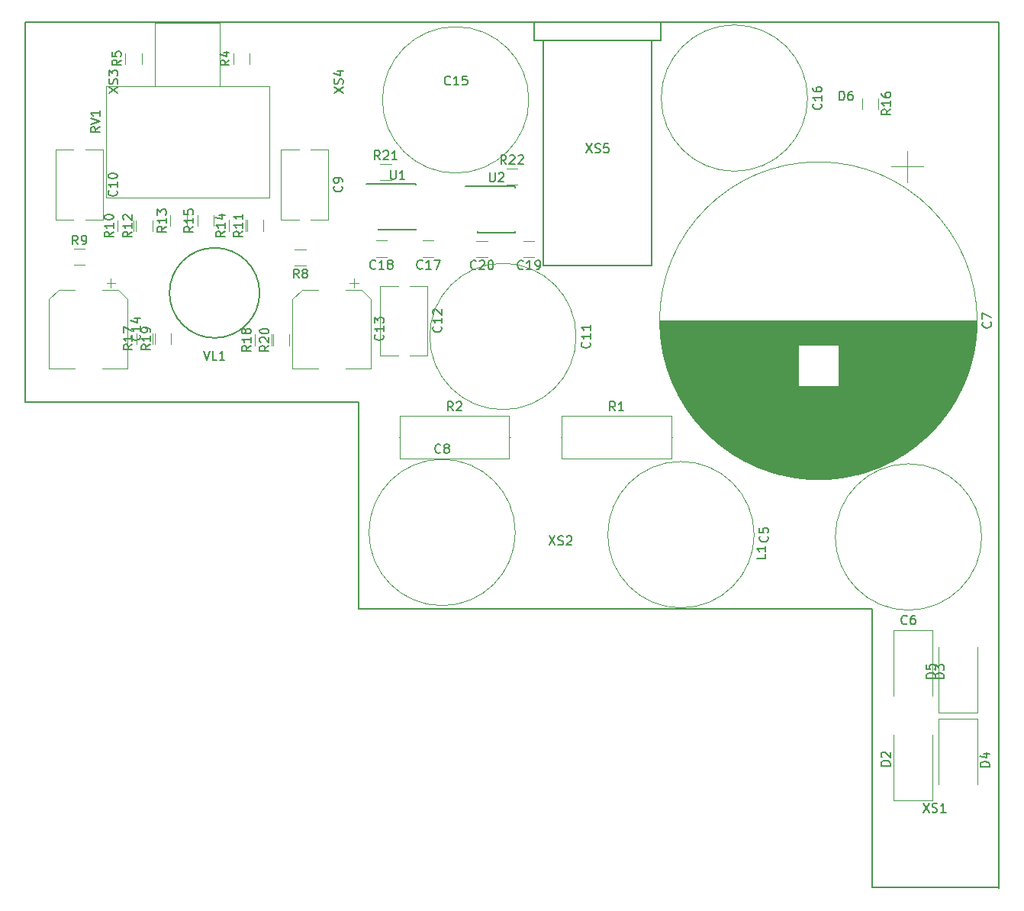
<source format=gto>
G04 #@! TF.GenerationSoftware,KiCad,Pcbnew,5.0.2-bee76a0~70~ubuntu18.04.1*
G04 #@! TF.CreationDate,2020-01-07T12:16:07+05:00*
G04 #@! TF.ProjectId,headamp,68656164-616d-4702-9e6b-696361645f70,rev?*
G04 #@! TF.SameCoordinates,Original*
G04 #@! TF.FileFunction,Legend,Top*
G04 #@! TF.FilePolarity,Positive*
%FSLAX46Y46*%
G04 Gerber Fmt 4.6, Leading zero omitted, Abs format (unit mm)*
G04 Created by KiCad (PCBNEW 5.0.2-bee76a0~70~ubuntu18.04.1) date Вт 07 янв 2020 12:16:07*
%MOMM*%
%LPD*%
G01*
G04 APERTURE LIST*
%ADD10C,0.200000*%
%ADD11C,0.120000*%
%ADD12C,0.150000*%
G04 APERTURE END LIST*
D10*
X-238000000Y144000000D02*
X-224000000Y144000000D01*
X-238000000Y174910000D02*
X-238000000Y144000000D01*
X-243000000Y240000000D02*
X-231000000Y240000000D01*
X-295000000Y197910000D02*
X-332000000Y197910000D01*
X-295000000Y174910000D02*
X-295000000Y197910000D01*
X-238000000Y174910000D02*
X-295000000Y174910000D01*
X-332000000Y240000000D02*
X-332000000Y197910000D01*
X-224000000Y240000000D02*
X-224000000Y143910000D01*
X-332000000Y240000000D02*
X-224000000Y240000000D01*
D11*
G04 #@! TO.C,RV1*
X-317120000Y239920000D02*
X-310879000Y239920000D01*
X-317620000Y239920000D02*
X-310380000Y239920000D01*
X-317620000Y232920000D02*
X-310380000Y232920000D01*
X-310380000Y232920000D02*
X-310380000Y239920000D01*
X-317620000Y232920000D02*
X-317620000Y239920000D01*
X-323070000Y232920000D02*
X-304930000Y232920000D01*
X-323070000Y220580000D02*
X-304930000Y220580000D01*
X-304930000Y220580000D02*
X-304930000Y232920000D01*
X-323070000Y220580000D02*
X-323070000Y232920000D01*
D12*
G04 #@! TO.C,XS5*
X-262500000Y213000000D02*
X-262500000Y230000000D01*
X-274500000Y213000000D02*
X-262500000Y213000000D01*
X-274500000Y230000000D02*
X-274500000Y213000000D01*
X-262500000Y233000000D02*
X-262500000Y230000000D01*
X-274500000Y233000000D02*
X-274500000Y230000000D01*
X-262500000Y238000000D02*
X-262500000Y233000000D01*
X-274500000Y238000000D02*
X-274500000Y233000000D01*
X-275500000Y238000000D02*
X-275500000Y240000000D01*
X-261500000Y238000000D02*
X-275500000Y238000000D01*
X-261500000Y240000000D02*
X-261500000Y238000000D01*
X-275500000Y240000000D02*
X-261500000Y240000000D01*
D11*
G04 #@! TO.C,C5*
X-251130000Y183160000D02*
G75*
G03X-251130000Y183160000I-8120000J0D01*
G01*
G04 #@! TO.C,C6*
X-225880000Y182910000D02*
G75*
G03X-225880000Y182910000I-8120000J0D01*
G01*
G04 #@! TO.C,C7*
X-232375000Y224014002D02*
X-235875000Y224014002D01*
X-234125000Y225764002D02*
X-234125000Y222264002D01*
X-243200000Y189310000D02*
X-244800000Y189310000D01*
X-242587000Y189350000D02*
X-245413000Y189350000D01*
X-242165000Y189390000D02*
X-245835000Y189390000D01*
X-241823000Y189430000D02*
X-246177000Y189430000D01*
X-241527000Y189470000D02*
X-246473000Y189470000D01*
X-241264000Y189510000D02*
X-246736000Y189510000D01*
X-241024000Y189550000D02*
X-246976000Y189550000D01*
X-240802000Y189590000D02*
X-247198000Y189590000D01*
X-240595000Y189630000D02*
X-247405000Y189630000D01*
X-240400000Y189670000D02*
X-247600000Y189670000D01*
X-240215000Y189710000D02*
X-247785000Y189710000D01*
X-240040000Y189750000D02*
X-247960000Y189750000D01*
X-239872000Y189790000D02*
X-248128000Y189790000D01*
X-239711000Y189830000D02*
X-248289000Y189830000D01*
X-239556000Y189870000D02*
X-248444000Y189870000D01*
X-239407000Y189910000D02*
X-248593000Y189910000D01*
X-239262000Y189950000D02*
X-248738000Y189950000D01*
X-239122000Y189990000D02*
X-248878000Y189990000D01*
X-238987000Y190030000D02*
X-249013000Y190030000D01*
X-238855000Y190070000D02*
X-249145000Y190070000D01*
X-238727000Y190110000D02*
X-249273000Y190110000D01*
X-238602000Y190150000D02*
X-249398000Y190150000D01*
X-238480000Y190190000D02*
X-249520000Y190190000D01*
X-238361000Y190230000D02*
X-249639000Y190230000D01*
X-238245000Y190270000D02*
X-249755000Y190270000D01*
X-238132000Y190310000D02*
X-249868000Y190310000D01*
X-238020000Y190350000D02*
X-249980000Y190350000D01*
X-237911000Y190390000D02*
X-250089000Y190390000D01*
X-237805000Y190430000D02*
X-250195000Y190430000D01*
X-237700000Y190470000D02*
X-250300000Y190470000D01*
X-237597000Y190510000D02*
X-250403000Y190510000D01*
X-237496000Y190550000D02*
X-250504000Y190550000D01*
X-237397000Y190590000D02*
X-250603000Y190590000D01*
X-237300000Y190630000D02*
X-250700000Y190630000D01*
X-237204000Y190670000D02*
X-250796000Y190670000D01*
X-237110000Y190710000D02*
X-250890000Y190710000D01*
X-237017000Y190750000D02*
X-250983000Y190750000D01*
X-236925000Y190790000D02*
X-251075000Y190790000D01*
X-236835000Y190830000D02*
X-251165000Y190830000D01*
X-236747000Y190870000D02*
X-251253000Y190870000D01*
X-236659000Y190910000D02*
X-251341000Y190910000D01*
X-236573000Y190950000D02*
X-251427000Y190950000D01*
X-236488000Y190990000D02*
X-251512000Y190990000D01*
X-236405000Y191030000D02*
X-251595000Y191030000D01*
X-236322000Y191070000D02*
X-251678000Y191070000D01*
X-236241000Y191110000D02*
X-251759000Y191110000D01*
X-236160000Y191150000D02*
X-251840000Y191150000D01*
X-236080000Y191190000D02*
X-251920000Y191190000D01*
X-236002000Y191230000D02*
X-251998000Y191230000D01*
X-235924000Y191270000D02*
X-252076000Y191270000D01*
X-235848000Y191310000D02*
X-252152000Y191310000D01*
X-235772000Y191350000D02*
X-252228000Y191350000D01*
X-235697000Y191390000D02*
X-252303000Y191390000D01*
X-235623000Y191430000D02*
X-252377000Y191430000D01*
X-235550000Y191470000D02*
X-252450000Y191470000D01*
X-235478000Y191510000D02*
X-252522000Y191510000D01*
X-235406000Y191550000D02*
X-252594000Y191550000D01*
X-235335000Y191590000D02*
X-252665000Y191590000D01*
X-235265000Y191630000D02*
X-252735000Y191630000D01*
X-235196000Y191670000D02*
X-252804000Y191670000D01*
X-235127000Y191710000D02*
X-252873000Y191710000D01*
X-235060000Y191750000D02*
X-252940000Y191750000D01*
X-234992000Y191790000D02*
X-253008000Y191790000D01*
X-234926000Y191830000D02*
X-253074000Y191830000D01*
X-234860000Y191870000D02*
X-253140000Y191870000D01*
X-234795000Y191910000D02*
X-253205000Y191910000D01*
X-234730000Y191950000D02*
X-253270000Y191950000D01*
X-234666000Y191990000D02*
X-253334000Y191990000D01*
X-234603000Y192030000D02*
X-253397000Y192030000D01*
X-234540000Y192070000D02*
X-253460000Y192070000D01*
X-234478000Y192110000D02*
X-253522000Y192110000D01*
X-234416000Y192150000D02*
X-253584000Y192150000D01*
X-234355000Y192190000D02*
X-253645000Y192190000D01*
X-234295000Y192230000D02*
X-253705000Y192230000D01*
X-234235000Y192270000D02*
X-253765000Y192270000D01*
X-234175000Y192310000D02*
X-253825000Y192310000D01*
X-234116000Y192350000D02*
X-253884000Y192350000D01*
X-234058000Y192390000D02*
X-253942000Y192390000D01*
X-234000000Y192430000D02*
X-254000000Y192430000D01*
X-233942000Y192470000D02*
X-254058000Y192470000D01*
X-233885000Y192510000D02*
X-254115000Y192510000D01*
X-233829000Y192550000D02*
X-254171000Y192550000D01*
X-233773000Y192590000D02*
X-254227000Y192590000D01*
X-233717000Y192630000D02*
X-254283000Y192630000D01*
X-233662000Y192670000D02*
X-254338000Y192670000D01*
X-233608000Y192710000D02*
X-254392000Y192710000D01*
X-233553000Y192750000D02*
X-254447000Y192750000D01*
X-233500000Y192790000D02*
X-254500000Y192790000D01*
X-233446000Y192830000D02*
X-254554000Y192830000D01*
X-233393000Y192870000D02*
X-254607000Y192870000D01*
X-233341000Y192910000D02*
X-254659000Y192910000D01*
X-233289000Y192950000D02*
X-254711000Y192950000D01*
X-233237000Y192990000D02*
X-254763000Y192990000D01*
X-233185000Y193030000D02*
X-254815000Y193030000D01*
X-233135000Y193070000D02*
X-254865000Y193070000D01*
X-233084000Y193110000D02*
X-254916000Y193110000D01*
X-233034000Y193150000D02*
X-254966000Y193150000D01*
X-232984000Y193190000D02*
X-255016000Y193190000D01*
X-232934000Y193230000D02*
X-255066000Y193230000D01*
X-232885000Y193270000D02*
X-255115000Y193270000D01*
X-232837000Y193310000D02*
X-255163000Y193310000D01*
X-232788000Y193350000D02*
X-255212000Y193350000D01*
X-232740000Y193390000D02*
X-255260000Y193390000D01*
X-232693000Y193430000D02*
X-255307000Y193430000D01*
X-232645000Y193470000D02*
X-255355000Y193470000D01*
X-232598000Y193510000D02*
X-255402000Y193510000D01*
X-232551000Y193550000D02*
X-255449000Y193550000D01*
X-232505000Y193590000D02*
X-255495000Y193590000D01*
X-232459000Y193630000D02*
X-255541000Y193630000D01*
X-232413000Y193670000D02*
X-255587000Y193670000D01*
X-232368000Y193710000D02*
X-255632000Y193710000D01*
X-232323000Y193750000D02*
X-255677000Y193750000D01*
X-232278000Y193790000D02*
X-255722000Y193790000D01*
X-232234000Y193830000D02*
X-255766000Y193830000D01*
X-232189000Y193870000D02*
X-255811000Y193870000D01*
X-232146000Y193910000D02*
X-255854000Y193910000D01*
X-232102000Y193950000D02*
X-255898000Y193950000D01*
X-232059000Y193990000D02*
X-255941000Y193990000D01*
X-232016000Y194030000D02*
X-255984000Y194030000D01*
X-231973000Y194070000D02*
X-256027000Y194070000D01*
X-231931000Y194110000D02*
X-256069000Y194110000D01*
X-231889000Y194150000D02*
X-256111000Y194150000D01*
X-231847000Y194190000D02*
X-256153000Y194190000D01*
X-231805000Y194230000D02*
X-256195000Y194230000D01*
X-231764000Y194270000D02*
X-256236000Y194270000D01*
X-231723000Y194310000D02*
X-256277000Y194310000D01*
X-231682000Y194350000D02*
X-256318000Y194350000D01*
X-231641000Y194390000D02*
X-256359000Y194390000D01*
X-231601000Y194430000D02*
X-256399000Y194430000D01*
X-231561000Y194470000D02*
X-256439000Y194470000D01*
X-231521000Y194510000D02*
X-256479000Y194510000D01*
X-231482000Y194550000D02*
X-256518000Y194550000D01*
X-231443000Y194590000D02*
X-256557000Y194590000D01*
X-231404000Y194630000D02*
X-256596000Y194630000D01*
X-231365000Y194670000D02*
X-256635000Y194670000D01*
X-231326000Y194710000D02*
X-256674000Y194710000D01*
X-231288000Y194750000D02*
X-256712000Y194750000D01*
X-231250000Y194790000D02*
X-256750000Y194790000D01*
X-231212000Y194830000D02*
X-256788000Y194830000D01*
X-231175000Y194870000D02*
X-256825000Y194870000D01*
X-231137000Y194910000D02*
X-256863000Y194910000D01*
X-231100000Y194950000D02*
X-256900000Y194950000D01*
X-231063000Y194990000D02*
X-256937000Y194990000D01*
X-231027000Y195030000D02*
X-256973000Y195030000D01*
X-230990000Y195070000D02*
X-257010000Y195070000D01*
X-230954000Y195110000D02*
X-257046000Y195110000D01*
X-230918000Y195150000D02*
X-257082000Y195150000D01*
X-230883000Y195190000D02*
X-257117000Y195190000D01*
X-230847000Y195230000D02*
X-257153000Y195230000D01*
X-230812000Y195270000D02*
X-257188000Y195270000D01*
X-230777000Y195310000D02*
X-257223000Y195310000D01*
X-230742000Y195350000D02*
X-257258000Y195350000D01*
X-230707000Y195390000D02*
X-257293000Y195390000D01*
X-230673000Y195430000D02*
X-257327000Y195430000D01*
X-230638000Y195470000D02*
X-257362000Y195470000D01*
X-230604000Y195510000D02*
X-257396000Y195510000D01*
X-230570000Y195550000D02*
X-257430000Y195550000D01*
X-230537000Y195590000D02*
X-257463000Y195590000D01*
X-230503000Y195630000D02*
X-257497000Y195630000D01*
X-230470000Y195670000D02*
X-257530000Y195670000D01*
X-230437000Y195710000D02*
X-257563000Y195710000D01*
X-230404000Y195750000D02*
X-257596000Y195750000D01*
X-230372000Y195790000D02*
X-257628000Y195790000D01*
X-230339000Y195830000D02*
X-257661000Y195830000D01*
X-230307000Y195870000D02*
X-257693000Y195870000D01*
X-230275000Y195910000D02*
X-257725000Y195910000D01*
X-230243000Y195950000D02*
X-257757000Y195950000D01*
X-230211000Y195990000D02*
X-257789000Y195990000D01*
X-230180000Y196030000D02*
X-257820000Y196030000D01*
X-230149000Y196070000D02*
X-257851000Y196070000D01*
X-230117000Y196110000D02*
X-257883000Y196110000D01*
X-230086000Y196150000D02*
X-257914000Y196150000D01*
X-230056000Y196190000D02*
X-257944000Y196190000D01*
X-230025000Y196230000D02*
X-257975000Y196230000D01*
X-229995000Y196270000D02*
X-258005000Y196270000D01*
X-229965000Y196310000D02*
X-258035000Y196310000D01*
X-229935000Y196350000D02*
X-258065000Y196350000D01*
X-229905000Y196390000D02*
X-258095000Y196390000D01*
X-229875000Y196430000D02*
X-258125000Y196430000D01*
X-229845000Y196470000D02*
X-258155000Y196470000D01*
X-229816000Y196510000D02*
X-258184000Y196510000D01*
X-229787000Y196550000D02*
X-258213000Y196550000D01*
X-229758000Y196590000D02*
X-258242000Y196590000D01*
X-229729000Y196630000D02*
X-258271000Y196630000D01*
X-229701000Y196670000D02*
X-258299000Y196670000D01*
X-229672000Y196710000D02*
X-258328000Y196710000D01*
X-229644000Y196750000D02*
X-258356000Y196750000D01*
X-229616000Y196790000D02*
X-258384000Y196790000D01*
X-229588000Y196830000D02*
X-258412000Y196830000D01*
X-229560000Y196870000D02*
X-258440000Y196870000D01*
X-229532000Y196910000D02*
X-258468000Y196910000D01*
X-229505000Y196950000D02*
X-258495000Y196950000D01*
X-229477000Y196990000D02*
X-258523000Y196990000D01*
X-229450000Y197030000D02*
X-258550000Y197030000D01*
X-229423000Y197070000D02*
X-258577000Y197070000D01*
X-229396000Y197110000D02*
X-258604000Y197110000D01*
X-229370000Y197150000D02*
X-258630000Y197150000D01*
X-229343000Y197190000D02*
X-258657000Y197190000D01*
X-229317000Y197230000D02*
X-258683000Y197230000D01*
X-229290000Y197270000D02*
X-258710000Y197270000D01*
X-229264000Y197310000D02*
X-258736000Y197310000D01*
X-229238000Y197350000D02*
X-258762000Y197350000D01*
X-229213000Y197390000D02*
X-258787000Y197390000D01*
X-229187000Y197430000D02*
X-258813000Y197430000D01*
X-229162000Y197470000D02*
X-258838000Y197470000D01*
X-229136000Y197510000D02*
X-258864000Y197510000D01*
X-229111000Y197550000D02*
X-258889000Y197550000D01*
X-229086000Y197590000D02*
X-258914000Y197590000D01*
X-229061000Y197630000D02*
X-258939000Y197630000D01*
X-229037000Y197670000D02*
X-258963000Y197670000D01*
X-229012000Y197710000D02*
X-258988000Y197710000D01*
X-228988000Y197750000D02*
X-259012000Y197750000D01*
X-228963000Y197790000D02*
X-259037000Y197790000D01*
X-228939000Y197830000D02*
X-259061000Y197830000D01*
X-228915000Y197870000D02*
X-259085000Y197870000D01*
X-228891000Y197910000D02*
X-259109000Y197910000D01*
X-228868000Y197950000D02*
X-259132000Y197950000D01*
X-228844000Y197990000D02*
X-259156000Y197990000D01*
X-228821000Y198030000D02*
X-259179000Y198030000D01*
X-228797000Y198070000D02*
X-259203000Y198070000D01*
X-228774000Y198110000D02*
X-259226000Y198110000D01*
X-228751000Y198150000D02*
X-259249000Y198150000D01*
X-228729000Y198190000D02*
X-259271000Y198190000D01*
X-228706000Y198230000D02*
X-259294000Y198230000D01*
X-228683000Y198270000D02*
X-259317000Y198270000D01*
X-228661000Y198310000D02*
X-259339000Y198310000D01*
X-228639000Y198350000D02*
X-259361000Y198350000D01*
X-228616000Y198390000D02*
X-259384000Y198390000D01*
X-228594000Y198430000D02*
X-259406000Y198430000D01*
X-228572000Y198470000D02*
X-259428000Y198470000D01*
X-228551000Y198510000D02*
X-259449000Y198510000D01*
X-228529000Y198550000D02*
X-259471000Y198550000D01*
X-228508000Y198590000D02*
X-259492000Y198590000D01*
X-228486000Y198630000D02*
X-259514000Y198630000D01*
X-228465000Y198670000D02*
X-259535000Y198670000D01*
X-228444000Y198710000D02*
X-259556000Y198710000D01*
X-228423000Y198749000D02*
X-259577000Y198749000D01*
X-228402000Y198789000D02*
X-259598000Y198789000D01*
X-228381000Y198829000D02*
X-259619000Y198829000D01*
X-228361000Y198869000D02*
X-259639000Y198869000D01*
X-228340000Y198909000D02*
X-259660000Y198909000D01*
X-228320000Y198949000D02*
X-259680000Y198949000D01*
X-228300000Y198989000D02*
X-259700000Y198989000D01*
X-228280000Y199029000D02*
X-259720000Y199029000D01*
X-228260000Y199069000D02*
X-259740000Y199069000D01*
X-228240000Y199109000D02*
X-259760000Y199109000D01*
X-228220000Y199149000D02*
X-259780000Y199149000D01*
X-228201000Y199189000D02*
X-259799000Y199189000D01*
X-228181000Y199229000D02*
X-259819000Y199229000D01*
X-228162000Y199269000D02*
X-259838000Y199269000D01*
X-228143000Y199309000D02*
X-259857000Y199309000D01*
X-228124000Y199349000D02*
X-259876000Y199349000D01*
X-228105000Y199389000D02*
X-259895000Y199389000D01*
X-228086000Y199429000D02*
X-259914000Y199429000D01*
X-228067000Y199469000D02*
X-259933000Y199469000D01*
X-228049000Y199509000D02*
X-259951000Y199509000D01*
X-228030000Y199549000D02*
X-259970000Y199549000D01*
X-228012000Y199589000D02*
X-259988000Y199589000D01*
X-227994000Y199629000D02*
X-260006000Y199629000D01*
X-227976000Y199669000D02*
X-260024000Y199669000D01*
X-246240000Y199709000D02*
X-260042000Y199709000D01*
X-227958000Y199709000D02*
X-241760000Y199709000D01*
X-246240000Y199749000D02*
X-260060000Y199749000D01*
X-227940000Y199749000D02*
X-241760000Y199749000D01*
X-246240000Y199789000D02*
X-260078000Y199789000D01*
X-227922000Y199789000D02*
X-241760000Y199789000D01*
X-246240000Y199829000D02*
X-260095000Y199829000D01*
X-227905000Y199829000D02*
X-241760000Y199829000D01*
X-246240000Y199869000D02*
X-260113000Y199869000D01*
X-227887000Y199869000D02*
X-241760000Y199869000D01*
X-246240000Y199909000D02*
X-260130000Y199909000D01*
X-227870000Y199909000D02*
X-241760000Y199909000D01*
X-246240000Y199949000D02*
X-260148000Y199949000D01*
X-227852000Y199949000D02*
X-241760000Y199949000D01*
X-246240000Y199989000D02*
X-260165000Y199989000D01*
X-227835000Y199989000D02*
X-241760000Y199989000D01*
X-246240000Y200029000D02*
X-260182000Y200029000D01*
X-227818000Y200029000D02*
X-241760000Y200029000D01*
X-246240000Y200069000D02*
X-260199000Y200069000D01*
X-227801000Y200069000D02*
X-241760000Y200069000D01*
X-246240000Y200109000D02*
X-260215000Y200109000D01*
X-227785000Y200109000D02*
X-241760000Y200109000D01*
X-246240000Y200149000D02*
X-260232000Y200149000D01*
X-227768000Y200149000D02*
X-241760000Y200149000D01*
X-246240000Y200189000D02*
X-260249000Y200189000D01*
X-227751000Y200189000D02*
X-241760000Y200189000D01*
X-246240000Y200229000D02*
X-260265000Y200229000D01*
X-227735000Y200229000D02*
X-241760000Y200229000D01*
X-246240000Y200269000D02*
X-260281000Y200269000D01*
X-227719000Y200269000D02*
X-241760000Y200269000D01*
X-246240000Y200309000D02*
X-260298000Y200309000D01*
X-227702000Y200309000D02*
X-241760000Y200309000D01*
X-246240000Y200349000D02*
X-260314000Y200349000D01*
X-227686000Y200349000D02*
X-241760000Y200349000D01*
X-246240000Y200389000D02*
X-260330000Y200389000D01*
X-227670000Y200389000D02*
X-241760000Y200389000D01*
X-246240000Y200429000D02*
X-260346000Y200429000D01*
X-227654000Y200429000D02*
X-241760000Y200429000D01*
X-246240000Y200469000D02*
X-260361000Y200469000D01*
X-227639000Y200469000D02*
X-241760000Y200469000D01*
X-246240000Y200509000D02*
X-260377000Y200509000D01*
X-227623000Y200509000D02*
X-241760000Y200509000D01*
X-246240000Y200549000D02*
X-260393000Y200549000D01*
X-227607000Y200549000D02*
X-241760000Y200549000D01*
X-246240000Y200589000D02*
X-260408000Y200589000D01*
X-227592000Y200589000D02*
X-241760000Y200589000D01*
X-246240000Y200629000D02*
X-260423000Y200629000D01*
X-227577000Y200629000D02*
X-241760000Y200629000D01*
X-246240000Y200669000D02*
X-260439000Y200669000D01*
X-227561000Y200669000D02*
X-241760000Y200669000D01*
X-246240000Y200709000D02*
X-260454000Y200709000D01*
X-227546000Y200709000D02*
X-241760000Y200709000D01*
X-246240000Y200749000D02*
X-260469000Y200749000D01*
X-227531000Y200749000D02*
X-241760000Y200749000D01*
X-246240000Y200789000D02*
X-260484000Y200789000D01*
X-227516000Y200789000D02*
X-241760000Y200789000D01*
X-246240000Y200829000D02*
X-260498000Y200829000D01*
X-227502000Y200829000D02*
X-241760000Y200829000D01*
X-246240000Y200869000D02*
X-260513000Y200869000D01*
X-227487000Y200869000D02*
X-241760000Y200869000D01*
X-246240000Y200909000D02*
X-260527000Y200909000D01*
X-227473000Y200909000D02*
X-241760000Y200909000D01*
X-246240000Y200949000D02*
X-260542000Y200949000D01*
X-227458000Y200949000D02*
X-241760000Y200949000D01*
X-246240000Y200989000D02*
X-260556000Y200989000D01*
X-227444000Y200989000D02*
X-241760000Y200989000D01*
X-246240000Y201029000D02*
X-260570000Y201029000D01*
X-227430000Y201029000D02*
X-241760000Y201029000D01*
X-246240000Y201069000D02*
X-260585000Y201069000D01*
X-227415000Y201069000D02*
X-241760000Y201069000D01*
X-246240000Y201109000D02*
X-260599000Y201109000D01*
X-227401000Y201109000D02*
X-241760000Y201109000D01*
X-246240000Y201149000D02*
X-260612000Y201149000D01*
X-227388000Y201149000D02*
X-241760000Y201149000D01*
X-246240000Y201189000D02*
X-260626000Y201189000D01*
X-227374000Y201189000D02*
X-241760000Y201189000D01*
X-246240000Y201229000D02*
X-260640000Y201229000D01*
X-227360000Y201229000D02*
X-241760000Y201229000D01*
X-246240000Y201269000D02*
X-260653000Y201269000D01*
X-227347000Y201269000D02*
X-241760000Y201269000D01*
X-246240000Y201309000D02*
X-260667000Y201309000D01*
X-227333000Y201309000D02*
X-241760000Y201309000D01*
X-246240000Y201349000D02*
X-260680000Y201349000D01*
X-227320000Y201349000D02*
X-241760000Y201349000D01*
X-246240000Y201389000D02*
X-260694000Y201389000D01*
X-227306000Y201389000D02*
X-241760000Y201389000D01*
X-246240000Y201429000D02*
X-260707000Y201429000D01*
X-227293000Y201429000D02*
X-241760000Y201429000D01*
X-246240000Y201469000D02*
X-260720000Y201469000D01*
X-227280000Y201469000D02*
X-241760000Y201469000D01*
X-246240000Y201509000D02*
X-260733000Y201509000D01*
X-227267000Y201509000D02*
X-241760000Y201509000D01*
X-246240000Y201549000D02*
X-260745000Y201549000D01*
X-227255000Y201549000D02*
X-241760000Y201549000D01*
X-246240000Y201589000D02*
X-260758000Y201589000D01*
X-227242000Y201589000D02*
X-241760000Y201589000D01*
X-246240000Y201629000D02*
X-260771000Y201629000D01*
X-227229000Y201629000D02*
X-241760000Y201629000D01*
X-246240000Y201669000D02*
X-260783000Y201669000D01*
X-227217000Y201669000D02*
X-241760000Y201669000D01*
X-246240000Y201709000D02*
X-260796000Y201709000D01*
X-227204000Y201709000D02*
X-241760000Y201709000D01*
X-246240000Y201749000D02*
X-260808000Y201749000D01*
X-227192000Y201749000D02*
X-241760000Y201749000D01*
X-246240000Y201789000D02*
X-260820000Y201789000D01*
X-227180000Y201789000D02*
X-241760000Y201789000D01*
X-246240000Y201829000D02*
X-260832000Y201829000D01*
X-227168000Y201829000D02*
X-241760000Y201829000D01*
X-246240000Y201869000D02*
X-260844000Y201869000D01*
X-227156000Y201869000D02*
X-241760000Y201869000D01*
X-246240000Y201909000D02*
X-260856000Y201909000D01*
X-227144000Y201909000D02*
X-241760000Y201909000D01*
X-246240000Y201949000D02*
X-260868000Y201949000D01*
X-227132000Y201949000D02*
X-241760000Y201949000D01*
X-246240000Y201989000D02*
X-260880000Y201989000D01*
X-227120000Y201989000D02*
X-241760000Y201989000D01*
X-246240000Y202029000D02*
X-260891000Y202029000D01*
X-227109000Y202029000D02*
X-241760000Y202029000D01*
X-246240000Y202069000D02*
X-260903000Y202069000D01*
X-227097000Y202069000D02*
X-241760000Y202069000D01*
X-246240000Y202109000D02*
X-260914000Y202109000D01*
X-227086000Y202109000D02*
X-241760000Y202109000D01*
X-246240000Y202149000D02*
X-260925000Y202149000D01*
X-227075000Y202149000D02*
X-241760000Y202149000D01*
X-246240000Y202189000D02*
X-260937000Y202189000D01*
X-227063000Y202189000D02*
X-241760000Y202189000D01*
X-246240000Y202229000D02*
X-260948000Y202229000D01*
X-227052000Y202229000D02*
X-241760000Y202229000D01*
X-246240000Y202269000D02*
X-260959000Y202269000D01*
X-227041000Y202269000D02*
X-241760000Y202269000D01*
X-246240000Y202309000D02*
X-260969000Y202309000D01*
X-227031000Y202309000D02*
X-241760000Y202309000D01*
X-246240000Y202349000D02*
X-260980000Y202349000D01*
X-227020000Y202349000D02*
X-241760000Y202349000D01*
X-246240000Y202389000D02*
X-260991000Y202389000D01*
X-227009000Y202389000D02*
X-241760000Y202389000D01*
X-246240000Y202429000D02*
X-261001000Y202429000D01*
X-226999000Y202429000D02*
X-241760000Y202429000D01*
X-246240000Y202469000D02*
X-261012000Y202469000D01*
X-226988000Y202469000D02*
X-241760000Y202469000D01*
X-246240000Y202509000D02*
X-261022000Y202509000D01*
X-226978000Y202509000D02*
X-241760000Y202509000D01*
X-246240000Y202549000D02*
X-261033000Y202549000D01*
X-226967000Y202549000D02*
X-241760000Y202549000D01*
X-246240000Y202589000D02*
X-261043000Y202589000D01*
X-226957000Y202589000D02*
X-241760000Y202589000D01*
X-246240000Y202629000D02*
X-261053000Y202629000D01*
X-226947000Y202629000D02*
X-241760000Y202629000D01*
X-246240000Y202669000D02*
X-261063000Y202669000D01*
X-226937000Y202669000D02*
X-241760000Y202669000D01*
X-246240000Y202709000D02*
X-261073000Y202709000D01*
X-226927000Y202709000D02*
X-241760000Y202709000D01*
X-246240000Y202749000D02*
X-261082000Y202749000D01*
X-226918000Y202749000D02*
X-241760000Y202749000D01*
X-246240000Y202789000D02*
X-261092000Y202789000D01*
X-226908000Y202789000D02*
X-241760000Y202789000D01*
X-246240000Y202829000D02*
X-261102000Y202829000D01*
X-226898000Y202829000D02*
X-241760000Y202829000D01*
X-246240000Y202869000D02*
X-261111000Y202869000D01*
X-226889000Y202869000D02*
X-241760000Y202869000D01*
X-246240000Y202909000D02*
X-261120000Y202909000D01*
X-226880000Y202909000D02*
X-241760000Y202909000D01*
X-246240000Y202949000D02*
X-261130000Y202949000D01*
X-226870000Y202949000D02*
X-241760000Y202949000D01*
X-246240000Y202989000D02*
X-261139000Y202989000D01*
X-226861000Y202989000D02*
X-241760000Y202989000D01*
X-246240000Y203029000D02*
X-261148000Y203029000D01*
X-226852000Y203029000D02*
X-241760000Y203029000D01*
X-246240000Y203069000D02*
X-261157000Y203069000D01*
X-226843000Y203069000D02*
X-241760000Y203069000D01*
X-246240000Y203109000D02*
X-261166000Y203109000D01*
X-226834000Y203109000D02*
X-241760000Y203109000D01*
X-246240000Y203149000D02*
X-261175000Y203149000D01*
X-226825000Y203149000D02*
X-241760000Y203149000D01*
X-246240000Y203189000D02*
X-261183000Y203189000D01*
X-226817000Y203189000D02*
X-241760000Y203189000D01*
X-246240000Y203229000D02*
X-261192000Y203229000D01*
X-226808000Y203229000D02*
X-241760000Y203229000D01*
X-246240000Y203269000D02*
X-261200000Y203269000D01*
X-226800000Y203269000D02*
X-241760000Y203269000D01*
X-246240000Y203309000D02*
X-261209000Y203309000D01*
X-226791000Y203309000D02*
X-241760000Y203309000D01*
X-246240000Y203349000D02*
X-261217000Y203349000D01*
X-226783000Y203349000D02*
X-241760000Y203349000D01*
X-246240000Y203389000D02*
X-261225000Y203389000D01*
X-226775000Y203389000D02*
X-241760000Y203389000D01*
X-246240000Y203429000D02*
X-261233000Y203429000D01*
X-226767000Y203429000D02*
X-241760000Y203429000D01*
X-246240000Y203469000D02*
X-261241000Y203469000D01*
X-226759000Y203469000D02*
X-241760000Y203469000D01*
X-246240000Y203509000D02*
X-261249000Y203509000D01*
X-226751000Y203509000D02*
X-241760000Y203509000D01*
X-246240000Y203549000D02*
X-261257000Y203549000D01*
X-226743000Y203549000D02*
X-241760000Y203549000D01*
X-246240000Y203589000D02*
X-261265000Y203589000D01*
X-226735000Y203589000D02*
X-241760000Y203589000D01*
X-246240000Y203629000D02*
X-261273000Y203629000D01*
X-226727000Y203629000D02*
X-241760000Y203629000D01*
X-246240000Y203669000D02*
X-261280000Y203669000D01*
X-226720000Y203669000D02*
X-241760000Y203669000D01*
X-246240000Y203709000D02*
X-261287000Y203709000D01*
X-226713000Y203709000D02*
X-241760000Y203709000D01*
X-246240000Y203749000D02*
X-261295000Y203749000D01*
X-226705000Y203749000D02*
X-241760000Y203749000D01*
X-246240000Y203789000D02*
X-261302000Y203789000D01*
X-226698000Y203789000D02*
X-241760000Y203789000D01*
X-246240000Y203829000D02*
X-261309000Y203829000D01*
X-226691000Y203829000D02*
X-241760000Y203829000D01*
X-246240000Y203869000D02*
X-261316000Y203869000D01*
X-226684000Y203869000D02*
X-241760000Y203869000D01*
X-246240000Y203909000D02*
X-261323000Y203909000D01*
X-226677000Y203909000D02*
X-241760000Y203909000D01*
X-246240000Y203949000D02*
X-261330000Y203949000D01*
X-226670000Y203949000D02*
X-241760000Y203949000D01*
X-246240000Y203989000D02*
X-261337000Y203989000D01*
X-226663000Y203989000D02*
X-241760000Y203989000D01*
X-246240000Y204029000D02*
X-261344000Y204029000D01*
X-226656000Y204029000D02*
X-241760000Y204029000D01*
X-246240000Y204069000D02*
X-261350000Y204069000D01*
X-226650000Y204069000D02*
X-241760000Y204069000D01*
X-246240000Y204109000D02*
X-261357000Y204109000D01*
X-226643000Y204109000D02*
X-241760000Y204109000D01*
X-246240000Y204149000D02*
X-261363000Y204149000D01*
X-226637000Y204149000D02*
X-241760000Y204149000D01*
X-226631000Y204189000D02*
X-261369000Y204189000D01*
X-226625000Y204229000D02*
X-261375000Y204229000D01*
X-226618000Y204269000D02*
X-261382000Y204269000D01*
X-226612000Y204309000D02*
X-261388000Y204309000D01*
X-226606000Y204349000D02*
X-261394000Y204349000D01*
X-226601000Y204389000D02*
X-261399000Y204389000D01*
X-226595000Y204429000D02*
X-261405000Y204429000D01*
X-226589000Y204469000D02*
X-261411000Y204469000D01*
X-226584000Y204509000D02*
X-261416000Y204509000D01*
X-226578000Y204549000D02*
X-261422000Y204549000D01*
X-226573000Y204589000D02*
X-261427000Y204589000D01*
X-226568000Y204629000D02*
X-261432000Y204629000D01*
X-226562000Y204669000D02*
X-261438000Y204669000D01*
X-226557000Y204709000D02*
X-261443000Y204709000D01*
X-226552000Y204749000D02*
X-261448000Y204749000D01*
X-226548000Y204789000D02*
X-261452000Y204789000D01*
X-226543000Y204829000D02*
X-261457000Y204829000D01*
X-226538000Y204869000D02*
X-261462000Y204869000D01*
X-226533000Y204909000D02*
X-261467000Y204909000D01*
X-226529000Y204949000D02*
X-261471000Y204949000D01*
X-226524000Y204989000D02*
X-261476000Y204989000D01*
X-226520000Y205029000D02*
X-261480000Y205029000D01*
X-226516000Y205069000D02*
X-261484000Y205069000D01*
X-226512000Y205109000D02*
X-261488000Y205109000D01*
X-226508000Y205149000D02*
X-261492000Y205149000D01*
X-226504000Y205189000D02*
X-261496000Y205189000D01*
X-226500000Y205229000D02*
X-261500000Y205229000D01*
X-226496000Y205269000D02*
X-261504000Y205269000D01*
X-226492000Y205309000D02*
X-261508000Y205309000D01*
X-226489000Y205349000D02*
X-261511000Y205349000D01*
X-226485000Y205389000D02*
X-261515000Y205389000D01*
X-226482000Y205429000D02*
X-261518000Y205429000D01*
X-226478000Y205469000D02*
X-261522000Y205469000D01*
X-226475000Y205509000D02*
X-261525000Y205509000D01*
X-226472000Y205549000D02*
X-261528000Y205549000D01*
X-226469000Y205589000D02*
X-261531000Y205589000D01*
X-226466000Y205629000D02*
X-261534000Y205629000D01*
X-226463000Y205669000D02*
X-261537000Y205669000D01*
X-226460000Y205709000D02*
X-261540000Y205709000D01*
X-226458000Y205749000D02*
X-261542000Y205749000D01*
X-226455000Y205789000D02*
X-261545000Y205789000D01*
X-226453000Y205829000D02*
X-261547000Y205829000D01*
X-226450000Y205869000D02*
X-261550000Y205869000D01*
X-226448000Y205909000D02*
X-261552000Y205909000D01*
X-226446000Y205949000D02*
X-261554000Y205949000D01*
X-226444000Y205989000D02*
X-261556000Y205989000D01*
X-226441000Y206029000D02*
X-261559000Y206029000D01*
X-226440000Y206069000D02*
X-261560000Y206069000D01*
X-226438000Y206109000D02*
X-261562000Y206109000D01*
X-226436000Y206149000D02*
X-261564000Y206149000D01*
X-226434000Y206189000D02*
X-261566000Y206189000D01*
X-226433000Y206230000D02*
X-261567000Y206230000D01*
X-226431000Y206270000D02*
X-261569000Y206270000D01*
X-226430000Y206310000D02*
X-261570000Y206310000D01*
X-226428000Y206350000D02*
X-261572000Y206350000D01*
X-226427000Y206390000D02*
X-261573000Y206390000D01*
X-226426000Y206430000D02*
X-261574000Y206430000D01*
X-226425000Y206470000D02*
X-261575000Y206470000D01*
X-226424000Y206510000D02*
X-261576000Y206510000D01*
X-226423000Y206550000D02*
X-261577000Y206550000D01*
X-226422000Y206590000D02*
X-261578000Y206590000D01*
X-226422000Y206630000D02*
X-261578000Y206630000D01*
X-226421000Y206670000D02*
X-261579000Y206670000D01*
X-226421000Y206710000D02*
X-261579000Y206710000D01*
X-226420000Y206750000D02*
X-261580000Y206750000D01*
X-226420000Y206790000D02*
X-261580000Y206790000D01*
X-226420000Y206830000D02*
X-261580000Y206830000D01*
X-226420000Y206870000D02*
X-261580000Y206870000D01*
X-226420000Y206910000D02*
X-261580000Y206910000D01*
X-226380000Y206910000D02*
G75*
G03X-226380000Y206910000I-17620000J0D01*
G01*
G04 #@! TO.C,C8*
X-277630000Y183410000D02*
G75*
G03X-277630000Y183410000I-8120000J0D01*
G01*
G04 #@! TO.C,C9*
X-301636000Y218130000D02*
X-303620000Y218130000D01*
X-298380000Y218130000D02*
X-300364000Y218130000D01*
X-301636000Y225870000D02*
X-303620000Y225870000D01*
X-298380000Y225870000D02*
X-300364000Y225870000D01*
X-303620000Y225870000D02*
X-303620000Y218130000D01*
X-298380000Y225870000D02*
X-298380000Y218130000D01*
G04 #@! TO.C,C10*
X-326636000Y218130000D02*
X-328620000Y218130000D01*
X-323380000Y218130000D02*
X-325364000Y218130000D01*
X-326636000Y225870000D02*
X-328620000Y225870000D01*
X-323380000Y225870000D02*
X-325364000Y225870000D01*
X-328620000Y225870000D02*
X-328620000Y218130000D01*
X-323380000Y225870000D02*
X-323380000Y218130000D01*
G04 #@! TO.C,C11*
X-270880000Y205160000D02*
G75*
G03X-270880000Y205160000I-8120000J0D01*
G01*
G04 #@! TO.C,C12*
X-290636000Y203040000D02*
X-292620000Y203040000D01*
X-287380000Y203040000D02*
X-289364000Y203040000D01*
X-290636000Y210780000D02*
X-292620000Y210780000D01*
X-287380000Y210780000D02*
X-289364000Y210780000D01*
X-292620000Y210780000D02*
X-292620000Y203040000D01*
X-287380000Y210780000D02*
X-287380000Y203040000D01*
G04 #@! TO.C,C13*
X-294990000Y211100000D02*
X-295990000Y211100000D01*
X-295490000Y211600000D02*
X-295490000Y210600000D01*
X-301295563Y210360000D02*
X-302360000Y209295563D01*
X-294704437Y210360000D02*
X-293640000Y209295563D01*
X-294704437Y210360000D02*
X-296490000Y210360000D01*
X-301295563Y210360000D02*
X-299510000Y210360000D01*
X-302360000Y209295563D02*
X-302360000Y201640000D01*
X-293640000Y209295563D02*
X-293640000Y201640000D01*
X-293640000Y201640000D02*
X-296490000Y201640000D01*
X-302360000Y201640000D02*
X-299510000Y201640000D01*
G04 #@! TO.C,C14*
X-321990000Y211100000D02*
X-322990000Y211100000D01*
X-322490000Y211600000D02*
X-322490000Y210600000D01*
X-328295563Y210360000D02*
X-329360000Y209295563D01*
X-321704437Y210360000D02*
X-320640000Y209295563D01*
X-321704437Y210360000D02*
X-323490000Y210360000D01*
X-328295563Y210360000D02*
X-326510000Y210360000D01*
X-329360000Y209295563D02*
X-329360000Y201640000D01*
X-320640000Y209295563D02*
X-320640000Y201640000D01*
X-320640000Y201640000D02*
X-323490000Y201640000D01*
X-329360000Y201640000D02*
X-326510000Y201640000D01*
G04 #@! TO.C,C15*
X-276130000Y231410000D02*
G75*
G03X-276130000Y231410000I-8120000J0D01*
G01*
G04 #@! TO.C,C16*
X-245200000Y231610000D02*
G75*
G03X-245200000Y231610000I-8120000J0D01*
G01*
G04 #@! TO.C,C17*
X-286682810Y215820369D02*
X-287886938Y215820369D01*
X-286682810Y214000369D02*
X-287886938Y214000369D01*
G04 #@! TO.C,C18*
X-291897936Y215820000D02*
X-293102064Y215820000D01*
X-291897936Y214000000D02*
X-293102064Y214000000D01*
G04 #@! TO.C,C19*
X-275507936Y215780000D02*
X-276712064Y215780000D01*
X-275507936Y213960000D02*
X-276712064Y213960000D01*
G04 #@! TO.C,C20*
X-280737936Y215780000D02*
X-281942064Y215780000D01*
X-280737936Y213960000D02*
X-281942064Y213960000D01*
G04 #@! TO.C,D2*
X-235636696Y153654210D02*
X-235636696Y160954210D01*
X-231336696Y153654210D02*
X-231336696Y160954210D01*
X-235636696Y153654210D02*
X-231336696Y153654210D01*
G04 #@! TO.C,D3*
X-231336696Y172554210D02*
X-231336696Y165254210D01*
X-235636696Y172554210D02*
X-235636696Y165254210D01*
X-231336696Y172554210D02*
X-235636696Y172554210D01*
G04 #@! TO.C,D4*
X-226336696Y162764210D02*
X-226336696Y155464210D01*
X-230636696Y162764210D02*
X-230636696Y155464210D01*
X-226336696Y162764210D02*
X-230636696Y162764210D01*
G04 #@! TO.C,D5*
X-230636696Y163404210D02*
X-230636696Y170704210D01*
X-226336696Y163404210D02*
X-226336696Y170704210D01*
X-230636696Y163404210D02*
X-226336696Y163404210D01*
G04 #@! TO.C,R1*
X-260200000Y194000000D02*
X-260310000Y194000000D01*
X-272560000Y194000000D02*
X-272450000Y194000000D01*
X-260310000Y196370000D02*
X-272450000Y196370000D01*
X-260310000Y191630000D02*
X-260310000Y196370000D01*
X-272450000Y191630000D02*
X-260310000Y191630000D01*
X-272450000Y196370000D02*
X-272450000Y191630000D01*
G04 #@! TO.C,R2*
X-278200000Y194000000D02*
X-278310000Y194000000D01*
X-290560000Y194000000D02*
X-290450000Y194000000D01*
X-278310000Y196370000D02*
X-290450000Y196370000D01*
X-278310000Y191630000D02*
X-278310000Y196370000D01*
X-290450000Y191630000D02*
X-278310000Y191630000D01*
X-290450000Y196370000D02*
X-290450000Y191630000D01*
G04 #@! TO.C,R4*
X-307090000Y235397936D02*
X-307090000Y236602064D01*
X-308910000Y235397936D02*
X-308910000Y236602064D01*
G04 #@! TO.C,R5*
X-319090000Y235397936D02*
X-319090000Y236602064D01*
X-320910000Y235397936D02*
X-320910000Y236602064D01*
G04 #@! TO.C,R8*
X-300885436Y214820000D02*
X-302089564Y214820000D01*
X-300885436Y213000000D02*
X-302089564Y213000000D01*
G04 #@! TO.C,R9*
X-326602064Y213090000D02*
X-325397936Y213090000D01*
X-326602064Y214910000D02*
X-325397936Y214910000D01*
G04 #@! TO.C,R10*
X-319953722Y216820436D02*
X-319953722Y218024564D01*
X-321773722Y216820436D02*
X-321773722Y218024564D01*
G04 #@! TO.C,R11*
X-305584782Y216869419D02*
X-305584782Y218073547D01*
X-307404782Y216869419D02*
X-307404782Y218073547D01*
G04 #@! TO.C,R12*
X-317890000Y216820436D02*
X-317890000Y218024564D01*
X-319710000Y216820436D02*
X-319710000Y218024564D01*
G04 #@! TO.C,R13*
X-314090000Y217397936D02*
X-314090000Y218602064D01*
X-315910000Y217397936D02*
X-315910000Y218602064D01*
G04 #@! TO.C,R14*
X-307584782Y216869419D02*
X-307584782Y218073547D01*
X-309404782Y216869419D02*
X-309404782Y218073547D01*
G04 #@! TO.C,R15*
X-311090000Y217397936D02*
X-311090000Y218602064D01*
X-312910000Y217397936D02*
X-312910000Y218602064D01*
G04 #@! TO.C,R16*
X-239160000Y231602064D02*
X-239160000Y230397936D01*
X-237340000Y231602064D02*
X-237340000Y230397936D01*
G04 #@! TO.C,R17*
X-317839344Y204307936D02*
X-317839344Y205512064D01*
X-319659344Y204307936D02*
X-319659344Y205512064D01*
G04 #@! TO.C,R18*
X-304702427Y204179926D02*
X-304702427Y205384054D01*
X-306522427Y204179926D02*
X-306522427Y205384054D01*
G04 #@! TO.C,R19*
X-315839344Y204307936D02*
X-315839344Y205512064D01*
X-317659344Y204307936D02*
X-317659344Y205512064D01*
G04 #@! TO.C,R20*
X-302702427Y204179926D02*
X-302702427Y205384054D01*
X-304522427Y204179926D02*
X-304522427Y205384054D01*
G04 #@! TO.C,R21*
X-292602064Y222500000D02*
X-291397936Y222500000D01*
X-292602064Y224320000D02*
X-291397936Y224320000D01*
G04 #@! TO.C,R22*
X-278602064Y222000000D02*
X-277397936Y222000000D01*
X-278602064Y223820000D02*
X-277397936Y223820000D01*
D12*
G04 #@! TO.C,U1*
X-292775000Y222070000D02*
X-294175000Y222070000D01*
X-292775000Y216970000D02*
X-288625000Y216970000D01*
X-292775000Y222120000D02*
X-288625000Y222120000D01*
X-292775000Y216970000D02*
X-292775000Y217115000D01*
X-288625000Y216970000D02*
X-288625000Y217115000D01*
X-288625000Y222120000D02*
X-288625000Y221975000D01*
X-292775000Y222120000D02*
X-292775000Y222070000D01*
G04 #@! TO.C,U2*
X-281775000Y221800000D02*
X-283175000Y221800000D01*
X-281775000Y216700000D02*
X-277625000Y216700000D01*
X-281775000Y221850000D02*
X-277625000Y221850000D01*
X-281775000Y216700000D02*
X-281775000Y216845000D01*
X-277625000Y216700000D02*
X-277625000Y216845000D01*
X-277625000Y221850000D02*
X-277625000Y221705000D01*
X-281775000Y221850000D02*
X-281775000Y221800000D01*
G04 #@! TO.C,VL1*
X-306000000Y210000000D02*
G75*
G03X-306000000Y210000000I-5000000J0D01*
G01*
G04 #@! TO.C,RV1*
X-323747619Y228404761D02*
X-324223809Y228071428D01*
X-323747619Y227833333D02*
X-324747619Y227833333D01*
X-324747619Y228214285D01*
X-324700000Y228309523D01*
X-324652380Y228357142D01*
X-324557142Y228404761D01*
X-324414285Y228404761D01*
X-324319047Y228357142D01*
X-324271428Y228309523D01*
X-324223809Y228214285D01*
X-324223809Y227833333D01*
X-324747619Y228690476D02*
X-323747619Y229023809D01*
X-324747619Y229357142D01*
X-323747619Y230214285D02*
X-323747619Y229642857D01*
X-323747619Y229928571D02*
X-324747619Y229928571D01*
X-324604761Y229833333D01*
X-324509523Y229738095D01*
X-324461904Y229642857D01*
G04 #@! TO.C,XS5*
X-269785714Y226547619D02*
X-269119047Y225547619D01*
X-269119047Y226547619D02*
X-269785714Y225547619D01*
X-268785714Y225595238D02*
X-268642857Y225547619D01*
X-268404761Y225547619D01*
X-268309523Y225595238D01*
X-268261904Y225642857D01*
X-268214285Y225738095D01*
X-268214285Y225833333D01*
X-268261904Y225928571D01*
X-268309523Y225976190D01*
X-268404761Y226023809D01*
X-268595238Y226071428D01*
X-268690476Y226119047D01*
X-268738095Y226166666D01*
X-268785714Y226261904D01*
X-268785714Y226357142D01*
X-268738095Y226452380D01*
X-268690476Y226500000D01*
X-268595238Y226547619D01*
X-268357142Y226547619D01*
X-268214285Y226500000D01*
X-267309523Y226547619D02*
X-267785714Y226547619D01*
X-267833333Y226071428D01*
X-267785714Y226119047D01*
X-267690476Y226166666D01*
X-267452380Y226166666D01*
X-267357142Y226119047D01*
X-267309523Y226071428D01*
X-267261904Y225976190D01*
X-267261904Y225738095D01*
X-267309523Y225642857D01*
X-267357142Y225595238D01*
X-267452380Y225547619D01*
X-267690476Y225547619D01*
X-267785714Y225595238D01*
X-267833333Y225642857D01*
G04 #@! TO.C,C5*
X-249642857Y182993333D02*
X-249595238Y182945714D01*
X-249547619Y182802857D01*
X-249547619Y182707619D01*
X-249595238Y182564761D01*
X-249690476Y182469523D01*
X-249785714Y182421904D01*
X-249976190Y182374285D01*
X-250119047Y182374285D01*
X-250309523Y182421904D01*
X-250404761Y182469523D01*
X-250500000Y182564761D01*
X-250547619Y182707619D01*
X-250547619Y182802857D01*
X-250500000Y182945714D01*
X-250452380Y182993333D01*
X-250547619Y183898095D02*
X-250547619Y183421904D01*
X-250071428Y183374285D01*
X-250119047Y183421904D01*
X-250166666Y183517142D01*
X-250166666Y183755238D01*
X-250119047Y183850476D01*
X-250071428Y183898095D01*
X-249976190Y183945714D01*
X-249738095Y183945714D01*
X-249642857Y183898095D01*
X-249595238Y183850476D01*
X-249547619Y183755238D01*
X-249547619Y183517142D01*
X-249595238Y183421904D01*
X-249642857Y183374285D01*
G04 #@! TO.C,C6*
X-234166666Y173302857D02*
X-234214285Y173255238D01*
X-234357142Y173207619D01*
X-234452380Y173207619D01*
X-234595238Y173255238D01*
X-234690476Y173350476D01*
X-234738095Y173445714D01*
X-234785714Y173636190D01*
X-234785714Y173779047D01*
X-234738095Y173969523D01*
X-234690476Y174064761D01*
X-234595238Y174160000D01*
X-234452380Y174207619D01*
X-234357142Y174207619D01*
X-234214285Y174160000D01*
X-234166666Y174112380D01*
X-233309523Y174207619D02*
X-233500000Y174207619D01*
X-233595238Y174160000D01*
X-233642857Y174112380D01*
X-233738095Y173969523D01*
X-233785714Y173779047D01*
X-233785714Y173398095D01*
X-233738095Y173302857D01*
X-233690476Y173255238D01*
X-233595238Y173207619D01*
X-233404761Y173207619D01*
X-233309523Y173255238D01*
X-233261904Y173302857D01*
X-233214285Y173398095D01*
X-233214285Y173636190D01*
X-233261904Y173731428D01*
X-233309523Y173779047D01*
X-233404761Y173826666D01*
X-233595238Y173826666D01*
X-233690476Y173779047D01*
X-233738095Y173731428D01*
X-233785714Y173636190D01*
G04 #@! TO.C,C7*
X-224892857Y206743333D02*
X-224845238Y206695714D01*
X-224797619Y206552857D01*
X-224797619Y206457619D01*
X-224845238Y206314761D01*
X-224940476Y206219523D01*
X-225035714Y206171904D01*
X-225226190Y206124285D01*
X-225369047Y206124285D01*
X-225559523Y206171904D01*
X-225654761Y206219523D01*
X-225750000Y206314761D01*
X-225797619Y206457619D01*
X-225797619Y206552857D01*
X-225750000Y206695714D01*
X-225702380Y206743333D01*
X-225797619Y207076666D02*
X-225797619Y207743333D01*
X-224797619Y207314761D01*
G04 #@! TO.C,C8*
X-285916666Y192302857D02*
X-285964285Y192255238D01*
X-286107142Y192207619D01*
X-286202380Y192207619D01*
X-286345238Y192255238D01*
X-286440476Y192350476D01*
X-286488095Y192445714D01*
X-286535714Y192636190D01*
X-286535714Y192779047D01*
X-286488095Y192969523D01*
X-286440476Y193064761D01*
X-286345238Y193160000D01*
X-286202380Y193207619D01*
X-286107142Y193207619D01*
X-285964285Y193160000D01*
X-285916666Y193112380D01*
X-285345238Y192779047D02*
X-285440476Y192826666D01*
X-285488095Y192874285D01*
X-285535714Y192969523D01*
X-285535714Y193017142D01*
X-285488095Y193112380D01*
X-285440476Y193160000D01*
X-285345238Y193207619D01*
X-285154761Y193207619D01*
X-285059523Y193160000D01*
X-285011904Y193112380D01*
X-284964285Y193017142D01*
X-284964285Y192969523D01*
X-285011904Y192874285D01*
X-285059523Y192826666D01*
X-285154761Y192779047D01*
X-285345238Y192779047D01*
X-285440476Y192731428D01*
X-285488095Y192683809D01*
X-285535714Y192588571D01*
X-285535714Y192398095D01*
X-285488095Y192302857D01*
X-285440476Y192255238D01*
X-285345238Y192207619D01*
X-285154761Y192207619D01*
X-285059523Y192255238D01*
X-285011904Y192302857D01*
X-284964285Y192398095D01*
X-284964285Y192588571D01*
X-285011904Y192683809D01*
X-285059523Y192731428D01*
X-285154761Y192779047D01*
G04 #@! TO.C,C9*
X-296892857Y221833333D02*
X-296845238Y221785714D01*
X-296797619Y221642857D01*
X-296797619Y221547619D01*
X-296845238Y221404761D01*
X-296940476Y221309523D01*
X-297035714Y221261904D01*
X-297226190Y221214285D01*
X-297369047Y221214285D01*
X-297559523Y221261904D01*
X-297654761Y221309523D01*
X-297750000Y221404761D01*
X-297797619Y221547619D01*
X-297797619Y221642857D01*
X-297750000Y221785714D01*
X-297702380Y221833333D01*
X-296797619Y222309523D02*
X-296797619Y222500000D01*
X-296845238Y222595238D01*
X-296892857Y222642857D01*
X-297035714Y222738095D01*
X-297226190Y222785714D01*
X-297607142Y222785714D01*
X-297702380Y222738095D01*
X-297750000Y222690476D01*
X-297797619Y222595238D01*
X-297797619Y222404761D01*
X-297750000Y222309523D01*
X-297702380Y222261904D01*
X-297607142Y222214285D01*
X-297369047Y222214285D01*
X-297273809Y222261904D01*
X-297226190Y222309523D01*
X-297178571Y222404761D01*
X-297178571Y222595238D01*
X-297226190Y222690476D01*
X-297273809Y222738095D01*
X-297369047Y222785714D01*
G04 #@! TO.C,C10*
X-321892857Y221357142D02*
X-321845238Y221309523D01*
X-321797619Y221166666D01*
X-321797619Y221071428D01*
X-321845238Y220928571D01*
X-321940476Y220833333D01*
X-322035714Y220785714D01*
X-322226190Y220738095D01*
X-322369047Y220738095D01*
X-322559523Y220785714D01*
X-322654761Y220833333D01*
X-322750000Y220928571D01*
X-322797619Y221071428D01*
X-322797619Y221166666D01*
X-322750000Y221309523D01*
X-322702380Y221357142D01*
X-321797619Y222309523D02*
X-321797619Y221738095D01*
X-321797619Y222023809D02*
X-322797619Y222023809D01*
X-322654761Y221928571D01*
X-322559523Y221833333D01*
X-322511904Y221738095D01*
X-322797619Y222928571D02*
X-322797619Y223023809D01*
X-322750000Y223119047D01*
X-322702380Y223166666D01*
X-322607142Y223214285D01*
X-322416666Y223261904D01*
X-322178571Y223261904D01*
X-321988095Y223214285D01*
X-321892857Y223166666D01*
X-321845238Y223119047D01*
X-321797619Y223023809D01*
X-321797619Y222928571D01*
X-321845238Y222833333D01*
X-321892857Y222785714D01*
X-321988095Y222738095D01*
X-322178571Y222690476D01*
X-322416666Y222690476D01*
X-322607142Y222738095D01*
X-322702380Y222785714D01*
X-322750000Y222833333D01*
X-322797619Y222928571D01*
G04 #@! TO.C,C11*
X-269392857Y204517142D02*
X-269345238Y204469523D01*
X-269297619Y204326666D01*
X-269297619Y204231428D01*
X-269345238Y204088571D01*
X-269440476Y203993333D01*
X-269535714Y203945714D01*
X-269726190Y203898095D01*
X-269869047Y203898095D01*
X-270059523Y203945714D01*
X-270154761Y203993333D01*
X-270250000Y204088571D01*
X-270297619Y204231428D01*
X-270297619Y204326666D01*
X-270250000Y204469523D01*
X-270202380Y204517142D01*
X-269297619Y205469523D02*
X-269297619Y204898095D01*
X-269297619Y205183809D02*
X-270297619Y205183809D01*
X-270154761Y205088571D01*
X-270059523Y204993333D01*
X-270011904Y204898095D01*
X-269297619Y206421904D02*
X-269297619Y205850476D01*
X-269297619Y206136190D02*
X-270297619Y206136190D01*
X-270154761Y206040952D01*
X-270059523Y205945714D01*
X-270011904Y205850476D01*
G04 #@! TO.C,C12*
X-285892857Y206267142D02*
X-285845238Y206219523D01*
X-285797619Y206076666D01*
X-285797619Y205981428D01*
X-285845238Y205838571D01*
X-285940476Y205743333D01*
X-286035714Y205695714D01*
X-286226190Y205648095D01*
X-286369047Y205648095D01*
X-286559523Y205695714D01*
X-286654761Y205743333D01*
X-286750000Y205838571D01*
X-286797619Y205981428D01*
X-286797619Y206076666D01*
X-286750000Y206219523D01*
X-286702380Y206267142D01*
X-285797619Y207219523D02*
X-285797619Y206648095D01*
X-285797619Y206933809D02*
X-286797619Y206933809D01*
X-286654761Y206838571D01*
X-286559523Y206743333D01*
X-286511904Y206648095D01*
X-286702380Y207600476D02*
X-286750000Y207648095D01*
X-286797619Y207743333D01*
X-286797619Y207981428D01*
X-286750000Y208076666D01*
X-286702380Y208124285D01*
X-286607142Y208171904D01*
X-286511904Y208171904D01*
X-286369047Y208124285D01*
X-285797619Y207552857D01*
X-285797619Y208171904D01*
G04 #@! TO.C,C13*
X-292342857Y205357142D02*
X-292295238Y205309523D01*
X-292247619Y205166666D01*
X-292247619Y205071428D01*
X-292295238Y204928571D01*
X-292390476Y204833333D01*
X-292485714Y204785714D01*
X-292676190Y204738095D01*
X-292819047Y204738095D01*
X-293009523Y204785714D01*
X-293104761Y204833333D01*
X-293200000Y204928571D01*
X-293247619Y205071428D01*
X-293247619Y205166666D01*
X-293200000Y205309523D01*
X-293152380Y205357142D01*
X-292247619Y206309523D02*
X-292247619Y205738095D01*
X-292247619Y206023809D02*
X-293247619Y206023809D01*
X-293104761Y205928571D01*
X-293009523Y205833333D01*
X-292961904Y205738095D01*
X-293247619Y206642857D02*
X-293247619Y207261904D01*
X-292866666Y206928571D01*
X-292866666Y207071428D01*
X-292819047Y207166666D01*
X-292771428Y207214285D01*
X-292676190Y207261904D01*
X-292438095Y207261904D01*
X-292342857Y207214285D01*
X-292295238Y207166666D01*
X-292247619Y207071428D01*
X-292247619Y206785714D01*
X-292295238Y206690476D01*
X-292342857Y206642857D01*
G04 #@! TO.C,C14*
X-319342857Y205357142D02*
X-319295238Y205309523D01*
X-319247619Y205166666D01*
X-319247619Y205071428D01*
X-319295238Y204928571D01*
X-319390476Y204833333D01*
X-319485714Y204785714D01*
X-319676190Y204738095D01*
X-319819047Y204738095D01*
X-320009523Y204785714D01*
X-320104761Y204833333D01*
X-320200000Y204928571D01*
X-320247619Y205071428D01*
X-320247619Y205166666D01*
X-320200000Y205309523D01*
X-320152380Y205357142D01*
X-319247619Y206309523D02*
X-319247619Y205738095D01*
X-319247619Y206023809D02*
X-320247619Y206023809D01*
X-320104761Y205928571D01*
X-320009523Y205833333D01*
X-319961904Y205738095D01*
X-319914285Y207166666D02*
X-319247619Y207166666D01*
X-320295238Y206928571D02*
X-319580952Y206690476D01*
X-319580952Y207309523D01*
G04 #@! TO.C,C15*
X-284842857Y233152857D02*
X-284890476Y233105238D01*
X-285033333Y233057619D01*
X-285128571Y233057619D01*
X-285271428Y233105238D01*
X-285366666Y233200476D01*
X-285414285Y233295714D01*
X-285461904Y233486190D01*
X-285461904Y233629047D01*
X-285414285Y233819523D01*
X-285366666Y233914761D01*
X-285271428Y234010000D01*
X-285128571Y234057619D01*
X-285033333Y234057619D01*
X-284890476Y234010000D01*
X-284842857Y233962380D01*
X-283890476Y233057619D02*
X-284461904Y233057619D01*
X-284176190Y233057619D02*
X-284176190Y234057619D01*
X-284271428Y233914761D01*
X-284366666Y233819523D01*
X-284461904Y233771904D01*
X-282985714Y234057619D02*
X-283461904Y234057619D01*
X-283509523Y233581428D01*
X-283461904Y233629047D01*
X-283366666Y233676666D01*
X-283128571Y233676666D01*
X-283033333Y233629047D01*
X-282985714Y233581428D01*
X-282938095Y233486190D01*
X-282938095Y233248095D01*
X-282985714Y233152857D01*
X-283033333Y233105238D01*
X-283128571Y233057619D01*
X-283366666Y233057619D01*
X-283461904Y233105238D01*
X-283509523Y233152857D01*
G04 #@! TO.C,C16*
X-243712857Y230967142D02*
X-243665238Y230919523D01*
X-243617619Y230776666D01*
X-243617619Y230681428D01*
X-243665238Y230538571D01*
X-243760476Y230443333D01*
X-243855714Y230395714D01*
X-244046190Y230348095D01*
X-244189047Y230348095D01*
X-244379523Y230395714D01*
X-244474761Y230443333D01*
X-244570000Y230538571D01*
X-244617619Y230681428D01*
X-244617619Y230776666D01*
X-244570000Y230919523D01*
X-244522380Y230967142D01*
X-243617619Y231919523D02*
X-243617619Y231348095D01*
X-243617619Y231633809D02*
X-244617619Y231633809D01*
X-244474761Y231538571D01*
X-244379523Y231443333D01*
X-244331904Y231348095D01*
X-244617619Y232776666D02*
X-244617619Y232586190D01*
X-244570000Y232490952D01*
X-244522380Y232443333D01*
X-244379523Y232348095D01*
X-244189047Y232300476D01*
X-243808095Y232300476D01*
X-243712857Y232348095D01*
X-243665238Y232395714D01*
X-243617619Y232490952D01*
X-243617619Y232681428D01*
X-243665238Y232776666D01*
X-243712857Y232824285D01*
X-243808095Y232871904D01*
X-244046190Y232871904D01*
X-244141428Y232824285D01*
X-244189047Y232776666D01*
X-244236666Y232681428D01*
X-244236666Y232490952D01*
X-244189047Y232395714D01*
X-244141428Y232348095D01*
X-244046190Y232300476D01*
G04 #@! TO.C,C17*
X-287927731Y212733226D02*
X-287975350Y212685607D01*
X-288118207Y212637988D01*
X-288213445Y212637988D01*
X-288356302Y212685607D01*
X-288451540Y212780845D01*
X-288499159Y212876083D01*
X-288546778Y213066559D01*
X-288546778Y213209416D01*
X-288499159Y213399892D01*
X-288451540Y213495130D01*
X-288356302Y213590369D01*
X-288213445Y213637988D01*
X-288118207Y213637988D01*
X-287975350Y213590369D01*
X-287927731Y213542749D01*
X-286975350Y212637988D02*
X-287546778Y212637988D01*
X-287261064Y212637988D02*
X-287261064Y213637988D01*
X-287356302Y213495130D01*
X-287451540Y213399892D01*
X-287546778Y213352273D01*
X-286642016Y213637988D02*
X-285975350Y213637988D01*
X-286403921Y212637988D01*
G04 #@! TO.C,C18*
X-293142857Y212732857D02*
X-293190476Y212685238D01*
X-293333333Y212637619D01*
X-293428571Y212637619D01*
X-293571428Y212685238D01*
X-293666666Y212780476D01*
X-293714285Y212875714D01*
X-293761904Y213066190D01*
X-293761904Y213209047D01*
X-293714285Y213399523D01*
X-293666666Y213494761D01*
X-293571428Y213590000D01*
X-293428571Y213637619D01*
X-293333333Y213637619D01*
X-293190476Y213590000D01*
X-293142857Y213542380D01*
X-292190476Y212637619D02*
X-292761904Y212637619D01*
X-292476190Y212637619D02*
X-292476190Y213637619D01*
X-292571428Y213494761D01*
X-292666666Y213399523D01*
X-292761904Y213351904D01*
X-291619047Y213209047D02*
X-291714285Y213256666D01*
X-291761904Y213304285D01*
X-291809523Y213399523D01*
X-291809523Y213447142D01*
X-291761904Y213542380D01*
X-291714285Y213590000D01*
X-291619047Y213637619D01*
X-291428571Y213637619D01*
X-291333333Y213590000D01*
X-291285714Y213542380D01*
X-291238095Y213447142D01*
X-291238095Y213399523D01*
X-291285714Y213304285D01*
X-291333333Y213256666D01*
X-291428571Y213209047D01*
X-291619047Y213209047D01*
X-291714285Y213161428D01*
X-291761904Y213113809D01*
X-291809523Y213018571D01*
X-291809523Y212828095D01*
X-291761904Y212732857D01*
X-291714285Y212685238D01*
X-291619047Y212637619D01*
X-291428571Y212637619D01*
X-291333333Y212685238D01*
X-291285714Y212732857D01*
X-291238095Y212828095D01*
X-291238095Y213018571D01*
X-291285714Y213113809D01*
X-291333333Y213161428D01*
X-291428571Y213209047D01*
G04 #@! TO.C,C19*
X-276752857Y212692857D02*
X-276800476Y212645238D01*
X-276943333Y212597619D01*
X-277038571Y212597619D01*
X-277181428Y212645238D01*
X-277276666Y212740476D01*
X-277324285Y212835714D01*
X-277371904Y213026190D01*
X-277371904Y213169047D01*
X-277324285Y213359523D01*
X-277276666Y213454761D01*
X-277181428Y213550000D01*
X-277038571Y213597619D01*
X-276943333Y213597619D01*
X-276800476Y213550000D01*
X-276752857Y213502380D01*
X-275800476Y212597619D02*
X-276371904Y212597619D01*
X-276086190Y212597619D02*
X-276086190Y213597619D01*
X-276181428Y213454761D01*
X-276276666Y213359523D01*
X-276371904Y213311904D01*
X-275324285Y212597619D02*
X-275133809Y212597619D01*
X-275038571Y212645238D01*
X-274990952Y212692857D01*
X-274895714Y212835714D01*
X-274848095Y213026190D01*
X-274848095Y213407142D01*
X-274895714Y213502380D01*
X-274943333Y213550000D01*
X-275038571Y213597619D01*
X-275229047Y213597619D01*
X-275324285Y213550000D01*
X-275371904Y213502380D01*
X-275419523Y213407142D01*
X-275419523Y213169047D01*
X-275371904Y213073809D01*
X-275324285Y213026190D01*
X-275229047Y212978571D01*
X-275038571Y212978571D01*
X-274943333Y213026190D01*
X-274895714Y213073809D01*
X-274848095Y213169047D01*
G04 #@! TO.C,C20*
X-281982857Y212692857D02*
X-282030476Y212645238D01*
X-282173333Y212597619D01*
X-282268571Y212597619D01*
X-282411428Y212645238D01*
X-282506666Y212740476D01*
X-282554285Y212835714D01*
X-282601904Y213026190D01*
X-282601904Y213169047D01*
X-282554285Y213359523D01*
X-282506666Y213454761D01*
X-282411428Y213550000D01*
X-282268571Y213597619D01*
X-282173333Y213597619D01*
X-282030476Y213550000D01*
X-281982857Y213502380D01*
X-281601904Y213502380D02*
X-281554285Y213550000D01*
X-281459047Y213597619D01*
X-281220952Y213597619D01*
X-281125714Y213550000D01*
X-281078095Y213502380D01*
X-281030476Y213407142D01*
X-281030476Y213311904D01*
X-281078095Y213169047D01*
X-281649523Y212597619D01*
X-281030476Y212597619D01*
X-280411428Y213597619D02*
X-280316190Y213597619D01*
X-280220952Y213550000D01*
X-280173333Y213502380D01*
X-280125714Y213407142D01*
X-280078095Y213216666D01*
X-280078095Y212978571D01*
X-280125714Y212788095D01*
X-280173333Y212692857D01*
X-280220952Y212645238D01*
X-280316190Y212597619D01*
X-280411428Y212597619D01*
X-280506666Y212645238D01*
X-280554285Y212692857D01*
X-280601904Y212788095D01*
X-280649523Y212978571D01*
X-280649523Y213216666D01*
X-280601904Y213407142D01*
X-280554285Y213502380D01*
X-280506666Y213550000D01*
X-280411428Y213597619D01*
G04 #@! TO.C,D2*
X-236034315Y157516114D02*
X-237034315Y157516114D01*
X-237034315Y157754210D01*
X-236986696Y157897067D01*
X-236891457Y157992305D01*
X-236796219Y158039924D01*
X-236605743Y158087543D01*
X-236462886Y158087543D01*
X-236272410Y158039924D01*
X-236177172Y157992305D01*
X-236081934Y157897067D01*
X-236034315Y157754210D01*
X-236034315Y157516114D01*
X-236939076Y158468495D02*
X-236986696Y158516114D01*
X-237034315Y158611352D01*
X-237034315Y158849448D01*
X-236986696Y158944686D01*
X-236939076Y158992305D01*
X-236843838Y159039924D01*
X-236748600Y159039924D01*
X-236605743Y158992305D01*
X-236034315Y158420876D01*
X-236034315Y159039924D01*
G04 #@! TO.C,D3*
X-230034315Y167216114D02*
X-231034315Y167216114D01*
X-231034315Y167454210D01*
X-230986696Y167597067D01*
X-230891457Y167692305D01*
X-230796219Y167739924D01*
X-230605743Y167787543D01*
X-230462886Y167787543D01*
X-230272410Y167739924D01*
X-230177172Y167692305D01*
X-230081934Y167597067D01*
X-230034315Y167454210D01*
X-230034315Y167216114D01*
X-231034315Y168120876D02*
X-231034315Y168739924D01*
X-230653362Y168406590D01*
X-230653362Y168549448D01*
X-230605743Y168644686D01*
X-230558124Y168692305D01*
X-230462886Y168739924D01*
X-230224791Y168739924D01*
X-230129553Y168692305D01*
X-230081934Y168644686D01*
X-230034315Y168549448D01*
X-230034315Y168263733D01*
X-230081934Y168168495D01*
X-230129553Y168120876D01*
G04 #@! TO.C,D4*
X-225034315Y157426114D02*
X-226034315Y157426114D01*
X-226034315Y157664210D01*
X-225986696Y157807067D01*
X-225891457Y157902305D01*
X-225796219Y157949924D01*
X-225605743Y157997543D01*
X-225462886Y157997543D01*
X-225272410Y157949924D01*
X-225177172Y157902305D01*
X-225081934Y157807067D01*
X-225034315Y157664210D01*
X-225034315Y157426114D01*
X-225700981Y158854686D02*
X-225034315Y158854686D01*
X-226081934Y158616590D02*
X-225367648Y158378495D01*
X-225367648Y158997543D01*
G04 #@! TO.C,D5*
X-231034315Y167266114D02*
X-232034315Y167266114D01*
X-232034315Y167504210D01*
X-231986696Y167647067D01*
X-231891457Y167742305D01*
X-231796219Y167789924D01*
X-231605743Y167837543D01*
X-231462886Y167837543D01*
X-231272410Y167789924D01*
X-231177172Y167742305D01*
X-231081934Y167647067D01*
X-231034315Y167504210D01*
X-231034315Y167266114D01*
X-232034315Y168742305D02*
X-232034315Y168266114D01*
X-231558124Y168218495D01*
X-231605743Y168266114D01*
X-231653362Y168361352D01*
X-231653362Y168599448D01*
X-231605743Y168694686D01*
X-231558124Y168742305D01*
X-231462886Y168789924D01*
X-231224791Y168789924D01*
X-231129553Y168742305D01*
X-231081934Y168694686D01*
X-231034315Y168599448D01*
X-231034315Y168361352D01*
X-231081934Y168266114D01*
X-231129553Y168218495D01*
G04 #@! TO.C,D6*
X-241668095Y231367619D02*
X-241668095Y232367619D01*
X-241430000Y232367619D01*
X-241287142Y232320000D01*
X-241191904Y232224761D01*
X-241144285Y232129523D01*
X-241096666Y231939047D01*
X-241096666Y231796190D01*
X-241144285Y231605714D01*
X-241191904Y231510476D01*
X-241287142Y231415238D01*
X-241430000Y231367619D01*
X-241668095Y231367619D01*
X-240239523Y232367619D02*
X-240430000Y232367619D01*
X-240525238Y232320000D01*
X-240572857Y232272380D01*
X-240668095Y232129523D01*
X-240715714Y231939047D01*
X-240715714Y231558095D01*
X-240668095Y231462857D01*
X-240620476Y231415238D01*
X-240525238Y231367619D01*
X-240334761Y231367619D01*
X-240239523Y231415238D01*
X-240191904Y231462857D01*
X-240144285Y231558095D01*
X-240144285Y231796190D01*
X-240191904Y231891428D01*
X-240239523Y231939047D01*
X-240334761Y231986666D01*
X-240525238Y231986666D01*
X-240620476Y231939047D01*
X-240668095Y231891428D01*
X-240715714Y231796190D01*
G04 #@! TO.C,L1*
X-249857619Y181033333D02*
X-249857619Y180557142D01*
X-250857619Y180557142D01*
X-249857619Y181890476D02*
X-249857619Y181319047D01*
X-249857619Y181604761D02*
X-250857619Y181604761D01*
X-250714761Y181509523D01*
X-250619523Y181414285D01*
X-250571904Y181319047D01*
G04 #@! TO.C,R1*
X-266546666Y196917619D02*
X-266880000Y197393809D01*
X-267118095Y196917619D02*
X-267118095Y197917619D01*
X-266737142Y197917619D01*
X-266641904Y197870000D01*
X-266594285Y197822380D01*
X-266546666Y197727142D01*
X-266546666Y197584285D01*
X-266594285Y197489047D01*
X-266641904Y197441428D01*
X-266737142Y197393809D01*
X-267118095Y197393809D01*
X-265594285Y196917619D02*
X-266165714Y196917619D01*
X-265880000Y196917619D02*
X-265880000Y197917619D01*
X-265975238Y197774761D01*
X-266070476Y197679523D01*
X-266165714Y197631904D01*
G04 #@! TO.C,R2*
X-284546666Y196917619D02*
X-284880000Y197393809D01*
X-285118095Y196917619D02*
X-285118095Y197917619D01*
X-284737142Y197917619D01*
X-284641904Y197870000D01*
X-284594285Y197822380D01*
X-284546666Y197727142D01*
X-284546666Y197584285D01*
X-284594285Y197489047D01*
X-284641904Y197441428D01*
X-284737142Y197393809D01*
X-285118095Y197393809D01*
X-284165714Y197822380D02*
X-284118095Y197870000D01*
X-284022857Y197917619D01*
X-283784761Y197917619D01*
X-283689523Y197870000D01*
X-283641904Y197822380D01*
X-283594285Y197727142D01*
X-283594285Y197631904D01*
X-283641904Y197489047D01*
X-284213333Y196917619D01*
X-283594285Y196917619D01*
G04 #@! TO.C,R4*
X-309367619Y235833333D02*
X-309843809Y235500000D01*
X-309367619Y235261904D02*
X-310367619Y235261904D01*
X-310367619Y235642857D01*
X-310320000Y235738095D01*
X-310272380Y235785714D01*
X-310177142Y235833333D01*
X-310034285Y235833333D01*
X-309939047Y235785714D01*
X-309891428Y235738095D01*
X-309843809Y235642857D01*
X-309843809Y235261904D01*
X-310034285Y236690476D02*
X-309367619Y236690476D01*
X-310415238Y236452380D02*
X-309700952Y236214285D01*
X-309700952Y236833333D01*
G04 #@! TO.C,R5*
X-321367619Y235833333D02*
X-321843809Y235500000D01*
X-321367619Y235261904D02*
X-322367619Y235261904D01*
X-322367619Y235642857D01*
X-322320000Y235738095D01*
X-322272380Y235785714D01*
X-322177142Y235833333D01*
X-322034285Y235833333D01*
X-321939047Y235785714D01*
X-321891428Y235738095D01*
X-321843809Y235642857D01*
X-321843809Y235261904D01*
X-322367619Y236738095D02*
X-322367619Y236261904D01*
X-321891428Y236214285D01*
X-321939047Y236261904D01*
X-321986666Y236357142D01*
X-321986666Y236595238D01*
X-321939047Y236690476D01*
X-321891428Y236738095D01*
X-321796190Y236785714D01*
X-321558095Y236785714D01*
X-321462857Y236738095D01*
X-321415238Y236690476D01*
X-321367619Y236595238D01*
X-321367619Y236357142D01*
X-321415238Y236261904D01*
X-321462857Y236214285D01*
G04 #@! TO.C,R8*
X-301654166Y211637619D02*
X-301987500Y212113809D01*
X-302225595Y211637619D02*
X-302225595Y212637619D01*
X-301844642Y212637619D01*
X-301749404Y212590000D01*
X-301701785Y212542380D01*
X-301654166Y212447142D01*
X-301654166Y212304285D01*
X-301701785Y212209047D01*
X-301749404Y212161428D01*
X-301844642Y212113809D01*
X-302225595Y212113809D01*
X-301082738Y212209047D02*
X-301177976Y212256666D01*
X-301225595Y212304285D01*
X-301273214Y212399523D01*
X-301273214Y212447142D01*
X-301225595Y212542380D01*
X-301177976Y212590000D01*
X-301082738Y212637619D01*
X-300892261Y212637619D01*
X-300797023Y212590000D01*
X-300749404Y212542380D01*
X-300701785Y212447142D01*
X-300701785Y212399523D01*
X-300749404Y212304285D01*
X-300797023Y212256666D01*
X-300892261Y212209047D01*
X-301082738Y212209047D01*
X-301177976Y212161428D01*
X-301225595Y212113809D01*
X-301273214Y212018571D01*
X-301273214Y211828095D01*
X-301225595Y211732857D01*
X-301177976Y211685238D01*
X-301082738Y211637619D01*
X-300892261Y211637619D01*
X-300797023Y211685238D01*
X-300749404Y211732857D01*
X-300701785Y211828095D01*
X-300701785Y212018571D01*
X-300749404Y212113809D01*
X-300797023Y212161428D01*
X-300892261Y212209047D01*
G04 #@! TO.C,R9*
X-326166666Y215367619D02*
X-326500000Y215843809D01*
X-326738095Y215367619D02*
X-326738095Y216367619D01*
X-326357142Y216367619D01*
X-326261904Y216320000D01*
X-326214285Y216272380D01*
X-326166666Y216177142D01*
X-326166666Y216034285D01*
X-326214285Y215939047D01*
X-326261904Y215891428D01*
X-326357142Y215843809D01*
X-326738095Y215843809D01*
X-325690476Y215367619D02*
X-325500000Y215367619D01*
X-325404761Y215415238D01*
X-325357142Y215462857D01*
X-325261904Y215605714D01*
X-325214285Y215796190D01*
X-325214285Y216177142D01*
X-325261904Y216272380D01*
X-325309523Y216320000D01*
X-325404761Y216367619D01*
X-325595238Y216367619D01*
X-325690476Y216320000D01*
X-325738095Y216272380D01*
X-325785714Y216177142D01*
X-325785714Y215939047D01*
X-325738095Y215843809D01*
X-325690476Y215796190D01*
X-325595238Y215748571D01*
X-325404761Y215748571D01*
X-325309523Y215796190D01*
X-325261904Y215843809D01*
X-325214285Y215939047D01*
G04 #@! TO.C,R10*
X-322231341Y216779642D02*
X-322707531Y216446309D01*
X-322231341Y216208214D02*
X-323231341Y216208214D01*
X-323231341Y216589166D01*
X-323183722Y216684404D01*
X-323136102Y216732023D01*
X-323040864Y216779642D01*
X-322898007Y216779642D01*
X-322802769Y216732023D01*
X-322755150Y216684404D01*
X-322707531Y216589166D01*
X-322707531Y216208214D01*
X-322231341Y217732023D02*
X-322231341Y217160595D01*
X-322231341Y217446309D02*
X-323231341Y217446309D01*
X-323088483Y217351071D01*
X-322993245Y217255833D01*
X-322945626Y217160595D01*
X-323231341Y218351071D02*
X-323231341Y218446309D01*
X-323183722Y218541547D01*
X-323136102Y218589166D01*
X-323040864Y218636785D01*
X-322850388Y218684404D01*
X-322612293Y218684404D01*
X-322421817Y218636785D01*
X-322326579Y218589166D01*
X-322278960Y218541547D01*
X-322231341Y218446309D01*
X-322231341Y218351071D01*
X-322278960Y218255833D01*
X-322326579Y218208214D01*
X-322421817Y218160595D01*
X-322612293Y218112976D01*
X-322850388Y218112976D01*
X-323040864Y218160595D01*
X-323136102Y218208214D01*
X-323183722Y218255833D01*
X-323231341Y218351071D01*
G04 #@! TO.C,R11*
X-307862401Y216828625D02*
X-308338591Y216495292D01*
X-307862401Y216257197D02*
X-308862401Y216257197D01*
X-308862401Y216638149D01*
X-308814782Y216733387D01*
X-308767162Y216781006D01*
X-308671924Y216828625D01*
X-308529067Y216828625D01*
X-308433829Y216781006D01*
X-308386210Y216733387D01*
X-308338591Y216638149D01*
X-308338591Y216257197D01*
X-307862401Y217781006D02*
X-307862401Y217209578D01*
X-307862401Y217495292D02*
X-308862401Y217495292D01*
X-308719543Y217400054D01*
X-308624305Y217304816D01*
X-308576686Y217209578D01*
X-307862401Y218733387D02*
X-307862401Y218161959D01*
X-307862401Y218447673D02*
X-308862401Y218447673D01*
X-308719543Y218352435D01*
X-308624305Y218257197D01*
X-308576686Y218161959D01*
G04 #@! TO.C,R12*
X-320167619Y216779642D02*
X-320643809Y216446309D01*
X-320167619Y216208214D02*
X-321167619Y216208214D01*
X-321167619Y216589166D01*
X-321120000Y216684404D01*
X-321072380Y216732023D01*
X-320977142Y216779642D01*
X-320834285Y216779642D01*
X-320739047Y216732023D01*
X-320691428Y216684404D01*
X-320643809Y216589166D01*
X-320643809Y216208214D01*
X-320167619Y217732023D02*
X-320167619Y217160595D01*
X-320167619Y217446309D02*
X-321167619Y217446309D01*
X-321024761Y217351071D01*
X-320929523Y217255833D01*
X-320881904Y217160595D01*
X-321072380Y218112976D02*
X-321120000Y218160595D01*
X-321167619Y218255833D01*
X-321167619Y218493928D01*
X-321120000Y218589166D01*
X-321072380Y218636785D01*
X-320977142Y218684404D01*
X-320881904Y218684404D01*
X-320739047Y218636785D01*
X-320167619Y218065357D01*
X-320167619Y218684404D01*
G04 #@! TO.C,R13*
X-316367619Y217357142D02*
X-316843809Y217023809D01*
X-316367619Y216785714D02*
X-317367619Y216785714D01*
X-317367619Y217166666D01*
X-317320000Y217261904D01*
X-317272380Y217309523D01*
X-317177142Y217357142D01*
X-317034285Y217357142D01*
X-316939047Y217309523D01*
X-316891428Y217261904D01*
X-316843809Y217166666D01*
X-316843809Y216785714D01*
X-316367619Y218309523D02*
X-316367619Y217738095D01*
X-316367619Y218023809D02*
X-317367619Y218023809D01*
X-317224761Y217928571D01*
X-317129523Y217833333D01*
X-317081904Y217738095D01*
X-317367619Y218642857D02*
X-317367619Y219261904D01*
X-316986666Y218928571D01*
X-316986666Y219071428D01*
X-316939047Y219166666D01*
X-316891428Y219214285D01*
X-316796190Y219261904D01*
X-316558095Y219261904D01*
X-316462857Y219214285D01*
X-316415238Y219166666D01*
X-316367619Y219071428D01*
X-316367619Y218785714D01*
X-316415238Y218690476D01*
X-316462857Y218642857D01*
G04 #@! TO.C,R14*
X-309862401Y216828625D02*
X-310338591Y216495292D01*
X-309862401Y216257197D02*
X-310862401Y216257197D01*
X-310862401Y216638149D01*
X-310814782Y216733387D01*
X-310767162Y216781006D01*
X-310671924Y216828625D01*
X-310529067Y216828625D01*
X-310433829Y216781006D01*
X-310386210Y216733387D01*
X-310338591Y216638149D01*
X-310338591Y216257197D01*
X-309862401Y217781006D02*
X-309862401Y217209578D01*
X-309862401Y217495292D02*
X-310862401Y217495292D01*
X-310719543Y217400054D01*
X-310624305Y217304816D01*
X-310576686Y217209578D01*
X-310529067Y218638149D02*
X-309862401Y218638149D01*
X-310910020Y218400054D02*
X-310195734Y218161959D01*
X-310195734Y218781006D01*
G04 #@! TO.C,R15*
X-313367619Y217357142D02*
X-313843809Y217023809D01*
X-313367619Y216785714D02*
X-314367619Y216785714D01*
X-314367619Y217166666D01*
X-314320000Y217261904D01*
X-314272380Y217309523D01*
X-314177142Y217357142D01*
X-314034285Y217357142D01*
X-313939047Y217309523D01*
X-313891428Y217261904D01*
X-313843809Y217166666D01*
X-313843809Y216785714D01*
X-313367619Y218309523D02*
X-313367619Y217738095D01*
X-313367619Y218023809D02*
X-314367619Y218023809D01*
X-314224761Y217928571D01*
X-314129523Y217833333D01*
X-314081904Y217738095D01*
X-314367619Y219214285D02*
X-314367619Y218738095D01*
X-313891428Y218690476D01*
X-313939047Y218738095D01*
X-313986666Y218833333D01*
X-313986666Y219071428D01*
X-313939047Y219166666D01*
X-313891428Y219214285D01*
X-313796190Y219261904D01*
X-313558095Y219261904D01*
X-313462857Y219214285D01*
X-313415238Y219166666D01*
X-313367619Y219071428D01*
X-313367619Y218833333D01*
X-313415238Y218738095D01*
X-313462857Y218690476D01*
G04 #@! TO.C,R16*
X-235977619Y230357142D02*
X-236453809Y230023809D01*
X-235977619Y229785714D02*
X-236977619Y229785714D01*
X-236977619Y230166666D01*
X-236930000Y230261904D01*
X-236882380Y230309523D01*
X-236787142Y230357142D01*
X-236644285Y230357142D01*
X-236549047Y230309523D01*
X-236501428Y230261904D01*
X-236453809Y230166666D01*
X-236453809Y229785714D01*
X-235977619Y231309523D02*
X-235977619Y230738095D01*
X-235977619Y231023809D02*
X-236977619Y231023809D01*
X-236834761Y230928571D01*
X-236739523Y230833333D01*
X-236691904Y230738095D01*
X-236977619Y232166666D02*
X-236977619Y231976190D01*
X-236930000Y231880952D01*
X-236882380Y231833333D01*
X-236739523Y231738095D01*
X-236549047Y231690476D01*
X-236168095Y231690476D01*
X-236072857Y231738095D01*
X-236025238Y231785714D01*
X-235977619Y231880952D01*
X-235977619Y232071428D01*
X-236025238Y232166666D01*
X-236072857Y232214285D01*
X-236168095Y232261904D01*
X-236406190Y232261904D01*
X-236501428Y232214285D01*
X-236549047Y232166666D01*
X-236596666Y232071428D01*
X-236596666Y231880952D01*
X-236549047Y231785714D01*
X-236501428Y231738095D01*
X-236406190Y231690476D01*
G04 #@! TO.C,R17*
X-320116963Y204267142D02*
X-320593153Y203933809D01*
X-320116963Y203695714D02*
X-321116963Y203695714D01*
X-321116963Y204076666D01*
X-321069344Y204171904D01*
X-321021724Y204219523D01*
X-320926486Y204267142D01*
X-320783629Y204267142D01*
X-320688391Y204219523D01*
X-320640772Y204171904D01*
X-320593153Y204076666D01*
X-320593153Y203695714D01*
X-320116963Y205219523D02*
X-320116963Y204648095D01*
X-320116963Y204933809D02*
X-321116963Y204933809D01*
X-320974105Y204838571D01*
X-320878867Y204743333D01*
X-320831248Y204648095D01*
X-321116963Y205552857D02*
X-321116963Y206219523D01*
X-320116963Y205790952D01*
G04 #@! TO.C,R18*
X-306980046Y204139132D02*
X-307456236Y203805799D01*
X-306980046Y203567704D02*
X-307980046Y203567704D01*
X-307980046Y203948656D01*
X-307932427Y204043894D01*
X-307884807Y204091513D01*
X-307789569Y204139132D01*
X-307646712Y204139132D01*
X-307551474Y204091513D01*
X-307503855Y204043894D01*
X-307456236Y203948656D01*
X-307456236Y203567704D01*
X-306980046Y205091513D02*
X-306980046Y204520085D01*
X-306980046Y204805799D02*
X-307980046Y204805799D01*
X-307837188Y204710561D01*
X-307741950Y204615323D01*
X-307694331Y204520085D01*
X-307551474Y205662942D02*
X-307599093Y205567704D01*
X-307646712Y205520085D01*
X-307741950Y205472466D01*
X-307789569Y205472466D01*
X-307884807Y205520085D01*
X-307932427Y205567704D01*
X-307980046Y205662942D01*
X-307980046Y205853418D01*
X-307932427Y205948656D01*
X-307884807Y205996275D01*
X-307789569Y206043894D01*
X-307741950Y206043894D01*
X-307646712Y205996275D01*
X-307599093Y205948656D01*
X-307551474Y205853418D01*
X-307551474Y205662942D01*
X-307503855Y205567704D01*
X-307456236Y205520085D01*
X-307360998Y205472466D01*
X-307170522Y205472466D01*
X-307075284Y205520085D01*
X-307027665Y205567704D01*
X-306980046Y205662942D01*
X-306980046Y205853418D01*
X-307027665Y205948656D01*
X-307075284Y205996275D01*
X-307170522Y206043894D01*
X-307360998Y206043894D01*
X-307456236Y205996275D01*
X-307503855Y205948656D01*
X-307551474Y205853418D01*
G04 #@! TO.C,R19*
X-318116963Y204267142D02*
X-318593153Y203933809D01*
X-318116963Y203695714D02*
X-319116963Y203695714D01*
X-319116963Y204076666D01*
X-319069344Y204171904D01*
X-319021724Y204219523D01*
X-318926486Y204267142D01*
X-318783629Y204267142D01*
X-318688391Y204219523D01*
X-318640772Y204171904D01*
X-318593153Y204076666D01*
X-318593153Y203695714D01*
X-318116963Y205219523D02*
X-318116963Y204648095D01*
X-318116963Y204933809D02*
X-319116963Y204933809D01*
X-318974105Y204838571D01*
X-318878867Y204743333D01*
X-318831248Y204648095D01*
X-318116963Y205695714D02*
X-318116963Y205886190D01*
X-318164582Y205981428D01*
X-318212201Y206029047D01*
X-318355058Y206124285D01*
X-318545534Y206171904D01*
X-318926486Y206171904D01*
X-319021724Y206124285D01*
X-319069344Y206076666D01*
X-319116963Y205981428D01*
X-319116963Y205790952D01*
X-319069344Y205695714D01*
X-319021724Y205648095D01*
X-318926486Y205600476D01*
X-318688391Y205600476D01*
X-318593153Y205648095D01*
X-318545534Y205695714D01*
X-318497915Y205790952D01*
X-318497915Y205981428D01*
X-318545534Y206076666D01*
X-318593153Y206124285D01*
X-318688391Y206171904D01*
G04 #@! TO.C,R20*
X-304980046Y204139132D02*
X-305456236Y203805799D01*
X-304980046Y203567704D02*
X-305980046Y203567704D01*
X-305980046Y203948656D01*
X-305932427Y204043894D01*
X-305884807Y204091513D01*
X-305789569Y204139132D01*
X-305646712Y204139132D01*
X-305551474Y204091513D01*
X-305503855Y204043894D01*
X-305456236Y203948656D01*
X-305456236Y203567704D01*
X-305884807Y204520085D02*
X-305932427Y204567704D01*
X-305980046Y204662942D01*
X-305980046Y204901037D01*
X-305932427Y204996275D01*
X-305884807Y205043894D01*
X-305789569Y205091513D01*
X-305694331Y205091513D01*
X-305551474Y205043894D01*
X-304980046Y204472466D01*
X-304980046Y205091513D01*
X-305980046Y205710561D02*
X-305980046Y205805799D01*
X-305932427Y205901037D01*
X-305884807Y205948656D01*
X-305789569Y205996275D01*
X-305599093Y206043894D01*
X-305360998Y206043894D01*
X-305170522Y205996275D01*
X-305075284Y205948656D01*
X-305027665Y205901037D01*
X-304980046Y205805799D01*
X-304980046Y205710561D01*
X-305027665Y205615323D01*
X-305075284Y205567704D01*
X-305170522Y205520085D01*
X-305360998Y205472466D01*
X-305599093Y205472466D01*
X-305789569Y205520085D01*
X-305884807Y205567704D01*
X-305932427Y205615323D01*
X-305980046Y205710561D01*
G04 #@! TO.C,R21*
X-292642857Y224777619D02*
X-292976190Y225253809D01*
X-293214285Y224777619D02*
X-293214285Y225777619D01*
X-292833333Y225777619D01*
X-292738095Y225730000D01*
X-292690476Y225682380D01*
X-292642857Y225587142D01*
X-292642857Y225444285D01*
X-292690476Y225349047D01*
X-292738095Y225301428D01*
X-292833333Y225253809D01*
X-293214285Y225253809D01*
X-292261904Y225682380D02*
X-292214285Y225730000D01*
X-292119047Y225777619D01*
X-291880952Y225777619D01*
X-291785714Y225730000D01*
X-291738095Y225682380D01*
X-291690476Y225587142D01*
X-291690476Y225491904D01*
X-291738095Y225349047D01*
X-292309523Y224777619D01*
X-291690476Y224777619D01*
X-290738095Y224777619D02*
X-291309523Y224777619D01*
X-291023809Y224777619D02*
X-291023809Y225777619D01*
X-291119047Y225634761D01*
X-291214285Y225539523D01*
X-291309523Y225491904D01*
G04 #@! TO.C,R22*
X-278642857Y224277619D02*
X-278976190Y224753809D01*
X-279214285Y224277619D02*
X-279214285Y225277619D01*
X-278833333Y225277619D01*
X-278738095Y225230000D01*
X-278690476Y225182380D01*
X-278642857Y225087142D01*
X-278642857Y224944285D01*
X-278690476Y224849047D01*
X-278738095Y224801428D01*
X-278833333Y224753809D01*
X-279214285Y224753809D01*
X-278261904Y225182380D02*
X-278214285Y225230000D01*
X-278119047Y225277619D01*
X-277880952Y225277619D01*
X-277785714Y225230000D01*
X-277738095Y225182380D01*
X-277690476Y225087142D01*
X-277690476Y224991904D01*
X-277738095Y224849047D01*
X-278309523Y224277619D01*
X-277690476Y224277619D01*
X-277309523Y225182380D02*
X-277261904Y225230000D01*
X-277166666Y225277619D01*
X-276928571Y225277619D01*
X-276833333Y225230000D01*
X-276785714Y225182380D01*
X-276738095Y225087142D01*
X-276738095Y224991904D01*
X-276785714Y224849047D01*
X-277357142Y224277619D01*
X-276738095Y224277619D01*
G04 #@! TO.C,U1*
X-291461904Y223592619D02*
X-291461904Y222783095D01*
X-291414285Y222687857D01*
X-291366666Y222640238D01*
X-291271428Y222592619D01*
X-291080952Y222592619D01*
X-290985714Y222640238D01*
X-290938095Y222687857D01*
X-290890476Y222783095D01*
X-290890476Y223592619D01*
X-289890476Y222592619D02*
X-290461904Y222592619D01*
X-290176190Y222592619D02*
X-290176190Y223592619D01*
X-290271428Y223449761D01*
X-290366666Y223354523D01*
X-290461904Y223306904D01*
G04 #@! TO.C,U2*
X-280461904Y223322619D02*
X-280461904Y222513095D01*
X-280414285Y222417857D01*
X-280366666Y222370238D01*
X-280271428Y222322619D01*
X-280080952Y222322619D01*
X-279985714Y222370238D01*
X-279938095Y222417857D01*
X-279890476Y222513095D01*
X-279890476Y223322619D01*
X-279461904Y223227380D02*
X-279414285Y223275000D01*
X-279319047Y223322619D01*
X-279080952Y223322619D01*
X-278985714Y223275000D01*
X-278938095Y223227380D01*
X-278890476Y223132142D01*
X-278890476Y223036904D01*
X-278938095Y222894047D01*
X-279509523Y222322619D01*
X-278890476Y222322619D01*
G04 #@! TO.C,VL1*
X-312214285Y203547619D02*
X-311880952Y202547619D01*
X-311547619Y203547619D01*
X-310738095Y202547619D02*
X-311214285Y202547619D01*
X-311214285Y203547619D01*
X-309880952Y202547619D02*
X-310452380Y202547619D01*
X-310166666Y202547619D02*
X-310166666Y203547619D01*
X-310261904Y203404761D01*
X-310357142Y203309523D01*
X-310452380Y203261904D01*
G04 #@! TO.C,XS1*
X-232380714Y153357619D02*
X-231714047Y152357619D01*
X-231714047Y153357619D02*
X-232380714Y152357619D01*
X-231380714Y152405238D02*
X-231237857Y152357619D01*
X-230999761Y152357619D01*
X-230904523Y152405238D01*
X-230856904Y152452857D01*
X-230809285Y152548095D01*
X-230809285Y152643333D01*
X-230856904Y152738571D01*
X-230904523Y152786190D01*
X-230999761Y152833809D01*
X-231190238Y152881428D01*
X-231285476Y152929047D01*
X-231333095Y152976666D01*
X-231380714Y153071904D01*
X-231380714Y153167142D01*
X-231333095Y153262380D01*
X-231285476Y153310000D01*
X-231190238Y153357619D01*
X-230952142Y153357619D01*
X-230809285Y153310000D01*
X-229856904Y152357619D02*
X-230428333Y152357619D01*
X-230142619Y152357619D02*
X-230142619Y153357619D01*
X-230237857Y153214761D01*
X-230333095Y153119523D01*
X-230428333Y153071904D01*
G04 #@! TO.C,XS2*
X-273880714Y183017619D02*
X-273214047Y182017619D01*
X-273214047Y183017619D02*
X-273880714Y182017619D01*
X-272880714Y182065238D02*
X-272737857Y182017619D01*
X-272499761Y182017619D01*
X-272404523Y182065238D01*
X-272356904Y182112857D01*
X-272309285Y182208095D01*
X-272309285Y182303333D01*
X-272356904Y182398571D01*
X-272404523Y182446190D01*
X-272499761Y182493809D01*
X-272690238Y182541428D01*
X-272785476Y182589047D01*
X-272833095Y182636666D01*
X-272880714Y182731904D01*
X-272880714Y182827142D01*
X-272833095Y182922380D01*
X-272785476Y182970000D01*
X-272690238Y183017619D01*
X-272452142Y183017619D01*
X-272309285Y182970000D01*
X-271928333Y182922380D02*
X-271880714Y182970000D01*
X-271785476Y183017619D01*
X-271547380Y183017619D01*
X-271452142Y182970000D01*
X-271404523Y182922380D01*
X-271356904Y182827142D01*
X-271356904Y182731904D01*
X-271404523Y182589047D01*
X-271975952Y182017619D01*
X-271356904Y182017619D01*
G04 #@! TO.C,XS3*
X-322737619Y232174285D02*
X-321737619Y232840952D01*
X-322737619Y232840952D02*
X-321737619Y232174285D01*
X-321785238Y233174285D02*
X-321737619Y233317142D01*
X-321737619Y233555238D01*
X-321785238Y233650476D01*
X-321832857Y233698095D01*
X-321928095Y233745714D01*
X-322023333Y233745714D01*
X-322118571Y233698095D01*
X-322166190Y233650476D01*
X-322213809Y233555238D01*
X-322261428Y233364761D01*
X-322309047Y233269523D01*
X-322356666Y233221904D01*
X-322451904Y233174285D01*
X-322547142Y233174285D01*
X-322642380Y233221904D01*
X-322690000Y233269523D01*
X-322737619Y233364761D01*
X-322737619Y233602857D01*
X-322690000Y233745714D01*
X-322737619Y234079047D02*
X-322737619Y234698095D01*
X-322356666Y234364761D01*
X-322356666Y234507619D01*
X-322309047Y234602857D01*
X-322261428Y234650476D01*
X-322166190Y234698095D01*
X-321928095Y234698095D01*
X-321832857Y234650476D01*
X-321785238Y234602857D01*
X-321737619Y234507619D01*
X-321737619Y234221904D01*
X-321785238Y234126666D01*
X-321832857Y234079047D01*
G04 #@! TO.C,XS4*
X-297737619Y232174285D02*
X-296737619Y232840952D01*
X-297737619Y232840952D02*
X-296737619Y232174285D01*
X-296785238Y233174285D02*
X-296737619Y233317142D01*
X-296737619Y233555238D01*
X-296785238Y233650476D01*
X-296832857Y233698095D01*
X-296928095Y233745714D01*
X-297023333Y233745714D01*
X-297118571Y233698095D01*
X-297166190Y233650476D01*
X-297213809Y233555238D01*
X-297261428Y233364761D01*
X-297309047Y233269523D01*
X-297356666Y233221904D01*
X-297451904Y233174285D01*
X-297547142Y233174285D01*
X-297642380Y233221904D01*
X-297690000Y233269523D01*
X-297737619Y233364761D01*
X-297737619Y233602857D01*
X-297690000Y233745714D01*
X-297404285Y234602857D02*
X-296737619Y234602857D01*
X-297785238Y234364761D02*
X-297070952Y234126666D01*
X-297070952Y234745714D01*
G04 #@! TD*
M02*

</source>
